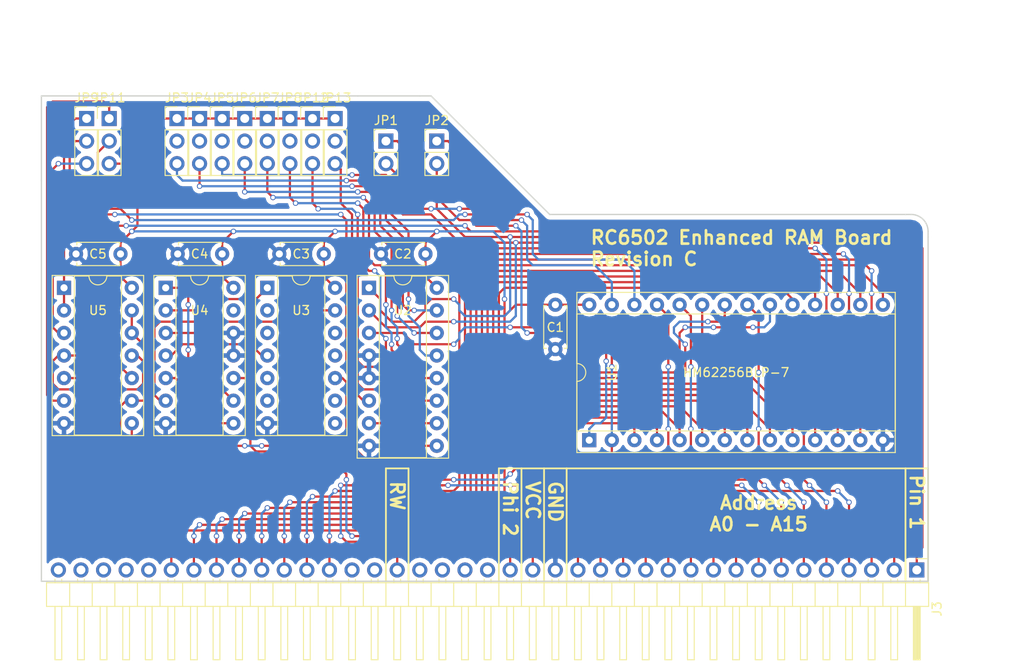
<source format=kicad_pcb>
(kicad_pcb (version 4) (host pcbnew 4.0.7)
  (layers (0 F.Cu signal) (31 B.Cu signal) (34 B.Paste user) (35 F.Paste user) (36 B.SilkS user) (37 F.SilkS user) (38 B.Mask user) (39 F.Mask user) (44 Edge.Cuts user))
  (net 0 "")
  (net 1 VCC)
  (net 2 A15)
  (net 3 A14)
  (net 4 A13)
  (net 5 A12)
  (net 6 A11)
  (net 7 A10)
  (net 8 A9)
  (net 9 A8)
  (net 10 A7)
  (net 11 A6)
  (net 12 A5)
  (net 13 A4)
  (net 14 A3)
  (net 15 A2)
  (net 16 A1)
  (net 17 A0)
  (net 18 GND)
  (net 19 D0)
  (net 20 D1)
  (net 21 D2)
  (net 22 D3)
  (net 23 D4)
  (net 24 D5)
  (net 25 D6)
  (net 26 D7)
  (net 27 PHI2)
  (net 28 R/~W)
  (net 29 "Net-(JP1-Pad1)")
  (net 30 "Net-(JP2-Pad1)")
  (net 31 "Net-(JP3-Pad2)")
  (net 32 ~CS0)
  (net 33 "Net-(JP4-Pad2)")
  (net 34 ~CS1)
  (net 35 "Net-(JP5-Pad2)")
  (net 36 ~CS2)
  (net 37 "Net-(JP6-Pad2)")
  (net 38 ~CS3)
  (net 39 "Net-(JP7-Pad2)")
  (net 40 ~CS4)
  (net 41 "Net-(JP8-Pad2)")
  (net 42 ~CS5)
  (net 43 E3)
  (net 44 "Net-(JP11-Pad1)")
  (net 45 ~WE)
  (net 46 "Net-(JP12-Pad2)")
  (net 47 ~CS6)
  (net 48 "Net-(JP13-Pad2)")
  (net 49 ~CS7)
  (net 50 ~CS)
  (net 51 ~OE)
  (net 52 "Net-(U3-Pad1)")
  (net 53 "Net-(U3-Pad10)")
  (net 54 "Net-(U3-Pad4)")
  (net 55 "Net-(U3-Pad13)")
  (net 56 "Net-(JP9-Pad3)")
  (net 57 "Net-(U4-Pad1)")
  (net 58 "Net-(U4-Pad4)")
  (net 59 "Net-(U5-Pad11)")
  (module Housings_DIP:DIP-28_W15.24mm_Socket (layer F.Cu) (at 149.86 133.985 90)
    (fp_text reference U1 (at 7.62 2.54 270) (layer F.SilkS))
    (fp_text value HM62256BLP-7 (at 7.62 16.51 180) (layer F.SilkS))
    (pad 1 thru_hole rect (at 0 0 90) (size 1.6 1.6) (drill 0.8) (layers *.Cu *.Mask) (net 30 "Net-(JP2-Pad1)"))
    (pad 15 thru_hole oval (at 15.24 33.02 90) (size 1.6 1.6) (drill 0.8) (layers *.Cu *.Mask) (net 22 D3))
    (pad 2 thru_hole oval (at 0 2.54 90) (size 1.6 1.6) (drill 0.8) (layers *.Cu *.Mask) (net 5 A12))
    (pad 16 thru_hole oval (at 15.24 30.48 90) (size 1.6 1.6) (drill 0.8) (layers *.Cu *.Mask) (net 23 D4))
    (pad 3 thru_hole oval (at 0 5.08 90) (size 1.6 1.6) (drill 0.8) (layers *.Cu *.Mask) (net 10 A7))
    (pad 17 thru_hole oval (at 15.24 27.94 90) (size 1.6 1.6) (drill 0.8) (layers *.Cu *.Mask) (net 24 D5))
    (pad 4 thru_hole oval (at 0 7.62 90) (size 1.6 1.6) (drill 0.8) (layers *.Cu *.Mask) (net 11 A6))
    (pad 18 thru_hole oval (at 15.24 25.4 90) (size 1.6 1.6) (drill 0.8) (layers *.Cu *.Mask) (net 25 D6))
    (pad 5 thru_hole oval (at 0 10.16 90) (size 1.6 1.6) (drill 0.8) (layers *.Cu *.Mask) (net 12 A5))
    (pad 19 thru_hole oval (at 15.24 22.86 90) (size 1.6 1.6) (drill 0.8) (layers *.Cu *.Mask) (net 26 D7))
    (pad 6 thru_hole oval (at 0 12.7 90) (size 1.6 1.6) (drill 0.8) (layers *.Cu *.Mask) (net 13 A4))
    (pad 20 thru_hole oval (at 15.24 20.32 90) (size 1.6 1.6) (drill 0.8) (layers *.Cu *.Mask) (net 50 ~CS))
    (pad 7 thru_hole oval (at 0 15.24 90) (size 1.6 1.6) (drill 0.8) (layers *.Cu *.Mask) (net 14 A3))
    (pad 21 thru_hole oval (at 15.24 17.78 90) (size 1.6 1.6) (drill 0.8) (layers *.Cu *.Mask) (net 7 A10))
    (pad 8 thru_hole oval (at 0 17.78 90) (size 1.6 1.6) (drill 0.8) (layers *.Cu *.Mask) (net 15 A2))
    (pad 22 thru_hole oval (at 15.24 15.24 90) (size 1.6 1.6) (drill 0.8) (layers *.Cu *.Mask) (net 51 ~OE))
    (pad 9 thru_hole oval (at 0 20.32 90) (size 1.6 1.6) (drill 0.8) (layers *.Cu *.Mask) (net 16 A1))
    (pad 23 thru_hole oval (at 15.24 12.7 90) (size 1.6 1.6) (drill 0.8) (layers *.Cu *.Mask) (net 6 A11))
    (pad 10 thru_hole oval (at 0 22.86 90) (size 1.6 1.6) (drill 0.8) (layers *.Cu *.Mask) (net 17 A0))
    (pad 24 thru_hole oval (at 15.24 10.16 90) (size 1.6 1.6) (drill 0.8) (layers *.Cu *.Mask) (net 8 A9))
    (pad 11 thru_hole oval (at 0 25.4 90) (size 1.6 1.6) (drill 0.8) (layers *.Cu *.Mask) (net 19 D0))
    (pad 25 thru_hole oval (at 15.24 7.62 90) (size 1.6 1.6) (drill 0.8) (layers *.Cu *.Mask) (net 9 A8))
    (pad 12 thru_hole oval (at 0 27.94 90) (size 1.6 1.6) (drill 0.8) (layers *.Cu *.Mask) (net 20 D1))
    (pad 26 thru_hole oval (at 15.24 5.08 90) (size 1.6 1.6) (drill 0.8) (layers *.Cu *.Mask) (net 29 "Net-(JP1-Pad1)"))
    (pad 13 thru_hole oval (at 0 30.48 90) (size 1.6 1.6) (drill 0.8) (layers *.Cu *.Mask) (net 21 D2))
    (pad 27 thru_hole oval (at 15.24 2.54 90) (size 1.6 1.6) (drill 0.8) (layers *.Cu *.Mask) (net 45 ~WE))
    (pad 14 thru_hole oval (at 0 33.02 90) (size 1.6 1.6) (drill 0.8) (layers *.Cu *.Mask) (net 18 GND))
    (pad 28 thru_hole oval (at 15.24 0 90) (size 1.6 1.6) (drill 0.8) (layers *.Cu *.Mask) (net 1 VCC))
  )
  (module Capacitors_THT:C_Disc_D4.7mm_W2.5mm_P5.00mm (layer F.Cu) (at 131.445 113.03 180)
    (fp_text reference C2 (at 2.54 0 360) (layer F.SilkS))
    (fp_text value 100nF)
    (pad 1 thru_hole circle (at 0 0 180) (size 1.6 1.6) (drill 0.8) (layers *.Cu *.Mask) (net 1 VCC))
    (pad 2 thru_hole circle (at 5 0 180) (size 1.6 1.6) (drill 0.8) (layers *.Cu *.Mask) (net 18 GND))
  )
  (module Capacitors_THT:C_Disc_D4.7mm_W2.5mm_P5.00mm (layer F.Cu) (at 120.015 113.03 180)
    (fp_text reference C3 (at 2.54 0 360) (layer F.SilkS))
    (fp_text value 100nF)
    (pad 1 thru_hole circle (at 0 0 180) (size 1.6 1.6) (drill 0.8) (layers *.Cu *.Mask) (net 1 VCC))
    (pad 2 thru_hole circle (at 5 0 180) (size 1.6 1.6) (drill 0.8) (layers *.Cu *.Mask) (net 18 GND))
  )
  (module Capacitors_THT:C_Disc_D4.7mm_W2.5mm_P5.00mm (layer F.Cu) (at 146.05 118.745 270)
    (fp_text reference C1 (at 2.54 0 360) (layer F.SilkS))
    (fp_text value 100nF)
    (pad 1 thru_hole circle (at 0 0 270) (size 1.6 1.6) (drill 0.8) (layers *.Cu *.Mask) (net 1 VCC))
    (pad 2 thru_hole circle (at 5 0 270) (size 1.6 1.6) (drill 0.8) (layers *.Cu *.Mask) (net 18 GND))
  )
  (module Capacitors_THT:C_Disc_D4.7mm_W2.5mm_P5.00mm (layer F.Cu) (at 108.585 113.03 180)
    (fp_text reference C4 (at 2.54 0 180) (layer F.SilkS))
    (fp_text value 100nF)
    (pad 1 thru_hole circle (at 0 0 180) (size 1.6 1.6) (drill 0.8) (layers *.Cu *.Mask) (net 1 VCC))
    (pad 2 thru_hole circle (at 5 0 180) (size 1.6 1.6) (drill 0.8) (layers *.Cu *.Mask) (net 18 GND))
  )
  (module Pin_Headers:Pin_Header_Angled_1x39_Pitch2.54mm (layer F.Cu) (at 186.69 148.59 270)
    (fp_text reference J3 (at 4.385 -2.27 270) (layer F.SilkS))
    (fp_text value RC6502_Backplane)
    (pad 1 thru_hole rect (at 0 0 270) (size 1.7 1.7) (drill 1) (layers *.Cu *.Mask) (net 2 A15))
    (pad 2 thru_hole oval (at 0 2.54 270) (size 1.7 1.7) (drill 1) (layers *.Cu *.Mask) (net 3 A14))
    (pad 3 thru_hole oval (at 0 5.08 270) (size 1.7 1.7) (drill 1) (layers *.Cu *.Mask) (net 4 A13))
    (pad 4 thru_hole oval (at 0 7.62 270) (size 1.7 1.7) (drill 1) (layers *.Cu *.Mask) (net 5 A12))
    (pad 5 thru_hole oval (at 0 10.16 270) (size 1.7 1.7) (drill 1) (layers *.Cu *.Mask) (net 6 A11))
    (pad 6 thru_hole oval (at 0 12.7 270) (size 1.7 1.7) (drill 1) (layers *.Cu *.Mask) (net 7 A10))
    (pad 7 thru_hole oval (at 0 15.24 270) (size 1.7 1.7) (drill 1) (layers *.Cu *.Mask) (net 8 A9))
    (pad 8 thru_hole oval (at 0 17.78 270) (size 1.7 1.7) (drill 1) (layers *.Cu *.Mask) (net 9 A8))
    (pad 9 thru_hole oval (at 0 20.32 270) (size 1.7 1.7) (drill 1) (layers *.Cu *.Mask) (net 10 A7))
    (pad 10 thru_hole oval (at 0 22.86 270) (size 1.7 1.7) (drill 1) (layers *.Cu *.Mask) (net 11 A6))
    (pad 11 thru_hole oval (at 0 25.4 270) (size 1.7 1.7) (drill 1) (layers *.Cu *.Mask) (net 12 A5))
    (pad 12 thru_hole oval (at 0 27.94 270) (size 1.7 1.7) (drill 1) (layers *.Cu *.Mask) (net 13 A4))
    (pad 13 thru_hole oval (at 0 30.48 270) (size 1.7 1.7) (drill 1) (layers *.Cu *.Mask) (net 14 A3))
    (pad 14 thru_hole oval (at 0 33.02 270) (size 1.7 1.7) (drill 1) (layers *.Cu *.Mask) (net 15 A2))
    (pad 15 thru_hole oval (at 0 35.56 270) (size 1.7 1.7) (drill 1) (layers *.Cu *.Mask) (net 16 A1))
    (pad 16 thru_hole oval (at 0 38.1 270) (size 1.7 1.7) (drill 1) (layers *.Cu *.Mask) (net 17 A0))
    (pad 17 thru_hole oval (at 0 40.64 270) (size 1.7 1.7) (drill 1) (layers *.Cu *.Mask) (net 18 GND))
    (pad 18 thru_hole oval (at 0 43.18 270) (size 1.7 1.7) (drill 1) (layers *.Cu *.Mask) (net 1 VCC))
    (pad 19 thru_hole oval (at 0 45.72 270) (size 1.7 1.7) (drill 1) (layers *.Cu *.Mask) (net 27 PHI2))
    (pad 20 thru_hole oval (at 0 48.26 270) (size 1.7 1.7) (drill 1) (layers *.Cu *.Mask))
    (pad 21 thru_hole oval (at 0 50.8 270) (size 1.7 1.7) (drill 1) (layers *.Cu *.Mask))
    (pad 22 thru_hole oval (at 0 53.34 270) (size 1.7 1.7) (drill 1) (layers *.Cu *.Mask))
    (pad 23 thru_hole oval (at 0 55.88 270) (size 1.7 1.7) (drill 1) (layers *.Cu *.Mask))
    (pad 24 thru_hole oval (at 0 58.42 270) (size 1.7 1.7) (drill 1) (layers *.Cu *.Mask) (net 28 R/~W))
    (pad 25 thru_hole oval (at 0 60.96 270) (size 1.7 1.7) (drill 1) (layers *.Cu *.Mask))
    (pad 26 thru_hole oval (at 0 63.5 270) (size 1.7 1.7) (drill 1) (layers *.Cu *.Mask))
    (pad 27 thru_hole oval (at 0 66.04 270) (size 1.7 1.7) (drill 1) (layers *.Cu *.Mask) (net 19 D0))
    (pad 28 thru_hole oval (at 0 68.58 270) (size 1.7 1.7) (drill 1) (layers *.Cu *.Mask) (net 20 D1))
    (pad 29 thru_hole oval (at 0 71.12 270) (size 1.7 1.7) (drill 1) (layers *.Cu *.Mask) (net 21 D2))
    (pad 30 thru_hole oval (at 0 73.66 270) (size 1.7 1.7) (drill 1) (layers *.Cu *.Mask) (net 22 D3))
    (pad 31 thru_hole oval (at 0 76.2 270) (size 1.7 1.7) (drill 1) (layers *.Cu *.Mask) (net 23 D4))
    (pad 32 thru_hole oval (at 0 78.74 270) (size 1.7 1.7) (drill 1) (layers *.Cu *.Mask) (net 24 D5))
    (pad 33 thru_hole oval (at 0 81.28 270) (size 1.7 1.7) (drill 1) (layers *.Cu *.Mask) (net 25 D6))
    (pad 34 thru_hole oval (at 0 83.82 270) (size 1.7 1.7) (drill 1) (layers *.Cu *.Mask) (net 26 D7))
    (pad 35 thru_hole oval (at 0 86.36 270) (size 1.7 1.7) (drill 1) (layers *.Cu *.Mask))
    (pad 36 thru_hole oval (at 0 88.9 270) (size 1.7 1.7) (drill 1) (layers *.Cu *.Mask))
    (pad 37 thru_hole oval (at 0 91.44 270) (size 1.7 1.7) (drill 1) (layers *.Cu *.Mask))
    (pad 38 thru_hole oval (at 0 93.98 270) (size 1.7 1.7) (drill 1) (layers *.Cu *.Mask))
    (pad 39 thru_hole oval (at 0 96.52 270) (size 1.7 1.7) (drill 1) (layers *.Cu *.Mask))
  )
  (module Pin_Headers:Pin_Header_Straight_1x02_Pitch2.54mm (layer F.Cu) (at 127 100.33)
    (fp_text reference JP1 (at 0 -2.33) (layer F.SilkS))
    (fp_text value A13_EN)
    (pad 1 thru_hole rect (at 0 0) (size 1.7 1.7) (drill 1) (layers *.Cu *.Mask) (net 29 "Net-(JP1-Pad1)"))
    (pad 2 thru_hole oval (at 0 2.54) (size 1.7 1.7) (drill 1) (layers *.Cu *.Mask) (net 4 A13))
  )
  (module Pin_Headers:Pin_Header_Straight_1x02_Pitch2.54mm (layer F.Cu) (at 132.715 100.33)
    (fp_text reference JP2 (at 0 -2.33) (layer F.SilkS))
    (fp_text value A14_EN)
    (pad 1 thru_hole rect (at 0 0) (size 1.7 1.7) (drill 1) (layers *.Cu *.Mask) (net 30 "Net-(JP2-Pad1)"))
    (pad 2 thru_hole oval (at 0 2.54) (size 1.7 1.7) (drill 1) (layers *.Cu *.Mask) (net 3 A14))
  )
  (module Pin_Headers:Pin_Header_Straight_1x03_Pitch2.54mm (layer F.Cu) (at 103.505 97.79)
    (fp_text reference JP3 (at 0 -2.33) (layer F.SilkS))
    (fp_text value CS0_EN)
    (pad 1 thru_hole rect (at 0 0) (size 1.7 1.7) (drill 1) (layers *.Cu *.Mask) (net 1 VCC))
    (pad 2 thru_hole oval (at 0 2.54) (size 1.7 1.7) (drill 1) (layers *.Cu *.Mask) (net 31 "Net-(JP3-Pad2)"))
    (pad 3 thru_hole oval (at 0 5.08) (size 1.7 1.7) (drill 1) (layers *.Cu *.Mask) (net 32 ~CS0))
  )
  (module Pin_Headers:Pin_Header_Straight_1x03_Pitch2.54mm (layer F.Cu) (at 106.045 97.79)
    (fp_text reference JP4 (at 0 -2.33) (layer F.SilkS))
    (fp_text value CS1_EN)
    (pad 1 thru_hole rect (at 0 0) (size 1.7 1.7) (drill 1) (layers *.Cu *.Mask) (net 1 VCC))
    (pad 2 thru_hole oval (at 0 2.54) (size 1.7 1.7) (drill 1) (layers *.Cu *.Mask) (net 33 "Net-(JP4-Pad2)"))
    (pad 3 thru_hole oval (at 0 5.08) (size 1.7 1.7) (drill 1) (layers *.Cu *.Mask) (net 34 ~CS1))
  )
  (module Pin_Headers:Pin_Header_Straight_1x03_Pitch2.54mm (layer F.Cu) (at 108.585 97.79)
    (fp_text reference JP5 (at 0 -2.33) (layer F.SilkS))
    (fp_text value CS2_EN)
    (pad 1 thru_hole rect (at 0 0) (size 1.7 1.7) (drill 1) (layers *.Cu *.Mask) (net 1 VCC))
    (pad 2 thru_hole oval (at 0 2.54) (size 1.7 1.7) (drill 1) (layers *.Cu *.Mask) (net 35 "Net-(JP5-Pad2)"))
    (pad 3 thru_hole oval (at 0 5.08) (size 1.7 1.7) (drill 1) (layers *.Cu *.Mask) (net 36 ~CS2))
  )
  (module Pin_Headers:Pin_Header_Straight_1x03_Pitch2.54mm (layer F.Cu) (at 111.125 97.79)
    (fp_text reference JP6 (at 0 -2.33) (layer F.SilkS))
    (fp_text value CS3_EN)
    (pad 1 thru_hole rect (at 0 0) (size 1.7 1.7) (drill 1) (layers *.Cu *.Mask) (net 1 VCC))
    (pad 2 thru_hole oval (at 0 2.54) (size 1.7 1.7) (drill 1) (layers *.Cu *.Mask) (net 37 "Net-(JP6-Pad2)"))
    (pad 3 thru_hole oval (at 0 5.08) (size 1.7 1.7) (drill 1) (layers *.Cu *.Mask) (net 38 ~CS3))
  )
  (module Pin_Headers:Pin_Header_Straight_1x03_Pitch2.54mm (layer F.Cu) (at 113.665 97.79)
    (fp_text reference JP7 (at 0 -2.33) (layer F.SilkS))
    (fp_text value CS4_EN)
    (pad 1 thru_hole rect (at 0 0) (size 1.7 1.7) (drill 1) (layers *.Cu *.Mask) (net 1 VCC))
    (pad 2 thru_hole oval (at 0 2.54) (size 1.7 1.7) (drill 1) (layers *.Cu *.Mask) (net 39 "Net-(JP7-Pad2)"))
    (pad 3 thru_hole oval (at 0 5.08) (size 1.7 1.7) (drill 1) (layers *.Cu *.Mask) (net 40 ~CS4))
  )
  (module Pin_Headers:Pin_Header_Straight_1x03_Pitch2.54mm (layer F.Cu) (at 116.205 97.79)
    (fp_text reference JP8 (at 0 -2.33) (layer F.SilkS))
    (fp_text value CS5_EN)
    (pad 1 thru_hole rect (at 0 0) (size 1.7 1.7) (drill 1) (layers *.Cu *.Mask) (net 1 VCC))
    (pad 2 thru_hole oval (at 0 2.54) (size 1.7 1.7) (drill 1) (layers *.Cu *.Mask) (net 41 "Net-(JP8-Pad2)"))
    (pad 3 thru_hole oval (at 0 5.08) (size 1.7 1.7) (drill 1) (layers *.Cu *.Mask) (net 42 ~CS5))
  )
  (module Pin_Headers:Pin_Header_Straight_1x03_Pitch2.54mm (layer F.Cu) (at 95.885 97.79)
    (fp_text reference JP11 (at 0 -2.33) (layer F.SilkS))
    (fp_text value MEM_WE)
    (pad 1 thru_hole rect (at 0 0) (size 1.7 1.7) (drill 1) (layers *.Cu *.Mask) (net 44 "Net-(JP11-Pad1)"))
    (pad 2 thru_hole oval (at 0 2.54) (size 1.7 1.7) (drill 1) (layers *.Cu *.Mask) (net 45 ~WE))
    (pad 3 thru_hole oval (at 0 5.08) (size 1.7 1.7) (drill 1) (layers *.Cu *.Mask) (net 1 VCC))
  )
  (module Pin_Headers:Pin_Header_Straight_1x03_Pitch2.54mm (layer F.Cu) (at 118.745 97.79)
    (fp_text reference JP12 (at 0 -2.33) (layer F.SilkS))
    (fp_text value CS6_EN)
    (pad 1 thru_hole rect (at 0 0) (size 1.7 1.7) (drill 1) (layers *.Cu *.Mask) (net 1 VCC))
    (pad 2 thru_hole oval (at 0 2.54) (size 1.7 1.7) (drill 1) (layers *.Cu *.Mask) (net 46 "Net-(JP12-Pad2)"))
    (pad 3 thru_hole oval (at 0 5.08) (size 1.7 1.7) (drill 1) (layers *.Cu *.Mask) (net 47 ~CS6))
  )
  (module Pin_Headers:Pin_Header_Straight_1x03_Pitch2.54mm (layer F.Cu) (at 121.285 97.79)
    (fp_text reference JP13 (at 0 -2.33) (layer F.SilkS))
    (fp_text value CS7_EN)
    (pad 1 thru_hole rect (at 0 0) (size 1.7 1.7) (drill 1) (layers *.Cu *.Mask) (net 1 VCC))
    (pad 2 thru_hole oval (at 0 2.54) (size 1.7 1.7) (drill 1) (layers *.Cu *.Mask) (net 48 "Net-(JP13-Pad2)"))
    (pad 3 thru_hole oval (at 0 5.08) (size 1.7 1.7) (drill 1) (layers *.Cu *.Mask) (net 49 ~CS7))
  )
  (module Housings_DIP:DIP-16_W7.62mm_Socket (layer F.Cu) (at 125.095 116.84)
    (fp_text reference U2 (at 3.81 2.54) (layer F.SilkS))
    (fp_text value 74LS138)
    (pad 1 thru_hole rect (at 0 0) (size 1.6 1.6) (drill 0.8) (layers *.Cu *.Mask) (net 3 A14))
    (pad 9 thru_hole oval (at 7.62 17.78) (size 1.6 1.6) (drill 0.8) (layers *.Cu *.Mask) (net 47 ~CS6))
    (pad 2 thru_hole oval (at 0 2.54) (size 1.6 1.6) (drill 0.8) (layers *.Cu *.Mask) (net 4 A13))
    (pad 10 thru_hole oval (at 7.62 15.24) (size 1.6 1.6) (drill 0.8) (layers *.Cu *.Mask) (net 42 ~CS5))
    (pad 3 thru_hole oval (at 0 5.08) (size 1.6 1.6) (drill 0.8) (layers *.Cu *.Mask) (net 5 A12))
    (pad 11 thru_hole oval (at 7.62 12.7) (size 1.6 1.6) (drill 0.8) (layers *.Cu *.Mask) (net 40 ~CS4))
    (pad 4 thru_hole oval (at 0 7.62) (size 1.6 1.6) (drill 0.8) (layers *.Cu *.Mask) (net 18 GND))
    (pad 12 thru_hole oval (at 7.62 10.16) (size 1.6 1.6) (drill 0.8) (layers *.Cu *.Mask) (net 38 ~CS3))
    (pad 5 thru_hole oval (at 0 10.16) (size 1.6 1.6) (drill 0.8) (layers *.Cu *.Mask) (net 18 GND))
    (pad 13 thru_hole oval (at 7.62 7.62) (size 1.6 1.6) (drill 0.8) (layers *.Cu *.Mask) (net 36 ~CS2))
    (pad 6 thru_hole oval (at 0 12.7) (size 1.6 1.6) (drill 0.8) (layers *.Cu *.Mask) (net 43 E3))
    (pad 14 thru_hole oval (at 7.62 5.08) (size 1.6 1.6) (drill 0.8) (layers *.Cu *.Mask) (net 34 ~CS1))
    (pad 7 thru_hole oval (at 0 15.24) (size 1.6 1.6) (drill 0.8) (layers *.Cu *.Mask) (net 49 ~CS7))
    (pad 15 thru_hole oval (at 7.62 2.54) (size 1.6 1.6) (drill 0.8) (layers *.Cu *.Mask) (net 32 ~CS0))
    (pad 8 thru_hole oval (at 0 17.78) (size 1.6 1.6) (drill 0.8) (layers *.Cu *.Mask) (net 18 GND))
    (pad 16 thru_hole oval (at 7.62 0) (size 1.6 1.6) (drill 0.8) (layers *.Cu *.Mask) (net 1 VCC))
  )
  (module Housings_DIP:DIP-14_W7.62mm_Socket (layer F.Cu) (at 113.665 116.84)
    (fp_text reference U3 (at 3.81 2.54) (layer F.SilkS))
    (fp_text value 74LS02)
    (pad 1 thru_hole rect (at 0 0) (size 1.6 1.6) (drill 0.8) (layers *.Cu *.Mask) (net 52 "Net-(U3-Pad1)"))
    (pad 8 thru_hole oval (at 7.62 15.24) (size 1.6 1.6) (drill 0.8) (layers *.Cu *.Mask) (net 39 "Net-(JP7-Pad2)"))
    (pad 2 thru_hole oval (at 0 2.54) (size 1.6 1.6) (drill 0.8) (layers *.Cu *.Mask) (net 31 "Net-(JP3-Pad2)"))
    (pad 9 thru_hole oval (at 7.62 12.7) (size 1.6 1.6) (drill 0.8) (layers *.Cu *.Mask) (net 41 "Net-(JP8-Pad2)"))
    (pad 3 thru_hole oval (at 0 5.08) (size 1.6 1.6) (drill 0.8) (layers *.Cu *.Mask) (net 33 "Net-(JP4-Pad2)"))
    (pad 10 thru_hole oval (at 7.62 10.16) (size 1.6 1.6) (drill 0.8) (layers *.Cu *.Mask) (net 53 "Net-(U3-Pad10)"))
    (pad 4 thru_hole oval (at 0 7.62) (size 1.6 1.6) (drill 0.8) (layers *.Cu *.Mask) (net 54 "Net-(U3-Pad4)"))
    (pad 11 thru_hole oval (at 7.62 7.62) (size 1.6 1.6) (drill 0.8) (layers *.Cu *.Mask) (net 46 "Net-(JP12-Pad2)"))
    (pad 5 thru_hole oval (at 0 10.16) (size 1.6 1.6) (drill 0.8) (layers *.Cu *.Mask) (net 35 "Net-(JP5-Pad2)"))
    (pad 12 thru_hole oval (at 7.62 5.08) (size 1.6 1.6) (drill 0.8) (layers *.Cu *.Mask) (net 48 "Net-(JP13-Pad2)"))
    (pad 6 thru_hole oval (at 0 12.7) (size 1.6 1.6) (drill 0.8) (layers *.Cu *.Mask) (net 37 "Net-(JP6-Pad2)"))
    (pad 13 thru_hole oval (at 7.62 2.54) (size 1.6 1.6) (drill 0.8) (layers *.Cu *.Mask) (net 55 "Net-(U3-Pad13)"))
    (pad 7 thru_hole oval (at 0 15.24) (size 1.6 1.6) (drill 0.8) (layers *.Cu *.Mask) (net 18 GND))
    (pad 14 thru_hole oval (at 7.62 0) (size 1.6 1.6) (drill 0.8) (layers *.Cu *.Mask) (net 1 VCC))
  )
  (module Housings_DIP:DIP-14_W7.62mm_Socket (layer F.Cu) (at 102.235 116.84)
    (fp_text reference U4 (at 3.81 2.54) (layer F.SilkS))
    (fp_text value 74LS02)
    (pad 1 thru_hole rect (at 0 0) (size 1.6 1.6) (drill 0.8) (layers *.Cu *.Mask) (net 57 "Net-(U4-Pad1)"))
    (pad 8 thru_hole oval (at 7.62 15.24) (size 1.6 1.6) (drill 0.8) (layers *.Cu *.Mask) (net 57 "Net-(U4-Pad1)"))
    (pad 2 thru_hole oval (at 0 2.54) (size 1.6 1.6) (drill 0.8) (layers *.Cu *.Mask) (net 52 "Net-(U3-Pad1)"))
    (pad 9 thru_hole oval (at 7.62 12.7) (size 1.6 1.6) (drill 0.8) (layers *.Cu *.Mask) (net 58 "Net-(U4-Pad4)"))
    (pad 3 thru_hole oval (at 0 5.08) (size 1.6 1.6) (drill 0.8) (layers *.Cu *.Mask) (net 54 "Net-(U3-Pad4)"))
    (pad 10 thru_hole oval (at 7.62 10.16) (size 1.6 1.6) (drill 0.8) (layers *.Cu *.Mask) (net 50 ~CS))
    (pad 4 thru_hole oval (at 0 7.62) (size 1.6 1.6) (drill 0.8) (layers *.Cu *.Mask) (net 58 "Net-(U4-Pad4)"))
    (pad 11 thru_hole oval (at 7.62 7.62) (size 1.6 1.6) (drill 0.8) (layers *.Cu *.Mask) (net 18 GND))
    (pad 5 thru_hole oval (at 0 10.16) (size 1.6 1.6) (drill 0.8) (layers *.Cu *.Mask) (net 53 "Net-(U3-Pad10)"))
    (pad 12 thru_hole oval (at 7.62 5.08) (size 1.6 1.6) (drill 0.8) (layers *.Cu *.Mask) (net 18 GND))
    (pad 6 thru_hole oval (at 0 12.7) (size 1.6 1.6) (drill 0.8) (layers *.Cu *.Mask) (net 55 "Net-(U3-Pad13)"))
    (pad 13 thru_hole oval (at 7.62 2.54) (size 1.6 1.6) (drill 0.8) (layers *.Cu *.Mask))
    (pad 7 thru_hole oval (at 0 15.24) (size 1.6 1.6) (drill 0.8) (layers *.Cu *.Mask) (net 18 GND))
    (pad 14 thru_hole oval (at 7.62 0) (size 1.6 1.6) (drill 0.8) (layers *.Cu *.Mask) (net 1 VCC))
  )
  (module Housings_DIP:DIP-14_W7.62mm_Socket (layer F.Cu) (at 90.805 116.84)
    (fp_text reference U5 (at 3.81 2.54) (layer F.SilkS))
    (fp_text value 74LS00)
    (pad 1 thru_hole rect (at 0 0) (size 1.6 1.6) (drill 0.8) (layers *.Cu *.Mask) (net 2 A15))
    (pad 8 thru_hole oval (at 7.62 15.24) (size 1.6 1.6) (drill 0.8) (layers *.Cu *.Mask) (net 51 ~OE))
    (pad 2 thru_hole oval (at 0 2.54) (size 1.6 1.6) (drill 0.8) (layers *.Cu *.Mask) (net 2 A15))
    (pad 9 thru_hole oval (at 7.62 12.7) (size 1.6 1.6) (drill 0.8) (layers *.Cu *.Mask) (net 28 R/~W))
    (pad 3 thru_hole oval (at 0 5.08) (size 1.6 1.6) (drill 0.8) (layers *.Cu *.Mask) (net 56 "Net-(JP9-Pad3)"))
    (pad 10 thru_hole oval (at 7.62 10.16) (size 1.6 1.6) (drill 0.8) (layers *.Cu *.Mask) (net 27 PHI2))
    (pad 4 thru_hole oval (at 0 7.62) (size 1.6 1.6) (drill 0.8) (layers *.Cu *.Mask) (net 27 PHI2))
    (pad 11 thru_hole oval (at 7.62 7.62) (size 1.6 1.6) (drill 0.8) (layers *.Cu *.Mask) (net 59 "Net-(U5-Pad11)"))
    (pad 5 thru_hole oval (at 0 10.16) (size 1.6 1.6) (drill 0.8) (layers *.Cu *.Mask) (net 59 "Net-(U5-Pad11)"))
    (pad 12 thru_hole oval (at 7.62 5.08) (size 1.6 1.6) (drill 0.8) (layers *.Cu *.Mask) (net 28 R/~W))
    (pad 6 thru_hole oval (at 0 12.7) (size 1.6 1.6) (drill 0.8) (layers *.Cu *.Mask) (net 44 "Net-(JP11-Pad1)"))
    (pad 13 thru_hole oval (at 7.62 2.54) (size 1.6 1.6) (drill 0.8) (layers *.Cu *.Mask) (net 28 R/~W))
    (pad 7 thru_hole oval (at 0 15.24) (size 1.6 1.6) (drill 0.8) (layers *.Cu *.Mask) (net 18 GND))
    (pad 14 thru_hole oval (at 7.62 0) (size 1.6 1.6) (drill 0.8) (layers *.Cu *.Mask) (net 1 VCC))
  )
  (module Capacitors_THT:C_Disc_D4.7mm_W2.5mm_P5.00mm (layer F.Cu) (at 97.155 113.03 180)
    (fp_text reference C5 (at 2.54 0 180) (layer F.SilkS))
    (fp_text value 100nF)
    (pad 1 thru_hole circle (at 0 0 180) (size 1.6 1.6) (drill 0.8) (layers *.Cu *.Mask) (net 1 VCC))
    (pad 2 thru_hole circle (at 5 0 180) (size 1.6 1.6) (drill 0.8) (layers *.Cu *.Mask) (net 18 GND))
  )
  (module Pin_Headers:Pin_Header_Straight_1x03_Pitch2.54mm (layer F.Cu) (at 93.345 97.79)
    (fp_text reference JP9 (at 0 -2.33) (layer F.SilkS))
    (fp_text value HI/LO)
    (pad 1 thru_hole rect (at 0 0) (size 1.7 1.7) (drill 1) (layers *.Cu *.Mask) (net 2 A15))
    (pad 2 thru_hole oval (at 0 2.54) (size 1.7 1.7) (drill 1) (layers *.Cu *.Mask) (net 43 E3))
    (pad 3 thru_hole oval (at 0 5.08) (size 1.7 1.7) (drill 1) (layers *.Cu *.Mask) (net 56 "Net-(JP9-Pad3)"))
  )
  (gr_line (start 145.415 108.585) (end 185.42 108.585) (angle 90) (layer Edge.Cuts) (width 0.15))
  (gr_line (start 132.08 95.25) (end 145.415 108.585) (angle 90) (layer Edge.Cuts) (width 0.15))
  (gr_line (start 130.81 95.25) (end 132.08 95.25) (angle 90) (layer Edge.Cuts) (width 0.15))
  (gr_line (start 123.825 95.25) (end 130.81 95.25) (angle 90) (layer Edge.Cuts) (width 0.15))
  (gr_line (start 123.825 95.25) (end 88.265 95.25) (angle 90) (layer Edge.Cuts) (width 0.15))
  (gr_line (start 187.96 110.49) (end 187.96 111.125) (angle 90) (layer Edge.Cuts) (width 0.15))
  (gr_line (start 186.055 108.585) (end 185.42 108.585) (angle 90) (layer Edge.Cuts) (width 0.15))
  (gr_arc (start 186.055 110.49) (end 186.055 108.585) (angle 90) (layer Edge.Cuts) (width 0.15))
  (gr_line (start 88.265 149.86) (end 88.265 104.775) (angle 90) (layer Edge.Cuts) (width 0.15))
  (gr_line (start 88.9 149.86) (end 88.265 149.86) (angle 90) (layer Edge.Cuts) (width 0.15))
  (gr_line (start 88.265 104.775) (end 88.265 95.25) (angle 90) (layer Edge.Cuts) (width 0.15))
  (gr_line (start 127 137.16) (end 129.54 137.16) (angle 90) (layer F.SilkS) (width 0.2))
  (gr_line (start 127 149.86) (end 127 137.16) (angle 90) (layer F.SilkS) (width 0.2))
  (gr_line (start 129.54 137.16) (end 129.54 149.86) (angle 90) (layer F.SilkS) (width 0.2))
  (gr_text RW (at 128.27 138.43 270) (layer F.SilkS) (effects (font (size 1.5 1.5) (thickness 0.3)) (justify left)))
  (gr_line (start 187.96 149.86) (end 187.96 111.125) (angle 90) (layer Edge.Cuts) (width 0.15))
  (gr_line (start 185.42 137.16) (end 185.42 149.86) (angle 90) (layer F.SilkS) (width 0.2))
  (gr_line (start 139.7 137.16) (end 139.7 149.86) (angle 90) (layer F.SilkS) (width 0.2))
  (gr_line (start 142.24 137.16) (end 139.7 137.16) (angle 90) (layer F.SilkS) (width 0.2))
  (gr_text "Phi 2" (at 140.97 138.43 270) (layer F.SilkS) (effects (font (size 1.5 1.5) (thickness 0.3)) (justify left)))
  (gr_text "Address\nA0 - A15" (at 168.91 142.24) (layer F.SilkS) (effects (font (size 1.5 1.5) (thickness 0.3))))
  (gr_text GND (at 146.05 138.43 270) (layer F.SilkS) (effects (font (size 1.5 1.5) (thickness 0.3)) (justify left)))
  (gr_text VCC (at 143.51 138.43 270) (layer F.SilkS) (effects (font (size 1.5 1.5) (thickness 0.3)) (justify left)))
  (gr_line (start 147.32 137.16) (end 185.42 137.16) (angle 90) (layer F.SilkS) (width 0.2))
  (gr_line (start 147.32 137.16) (end 144.78 137.16) (angle 90) (layer F.SilkS) (width 0.2))
  (gr_line (start 147.32 149.86) (end 147.32 137.16) (angle 90) (layer F.SilkS) (width 0.2))
  (gr_line (start 144.78 137.16) (end 144.78 149.86) (angle 90) (layer F.SilkS) (width 0.2))
  (gr_line (start 142.24 137.16) (end 144.78 137.16) (angle 90) (layer F.SilkS) (width 0.2))
  (gr_line (start 142.24 149.86) (end 142.24 137.16) (angle 90) (layer F.SilkS) (width 0.2))
  (gr_line (start 88.9 149.86) (end 187.96 149.86) (angle 90) (layer Edge.Cuts) (width 0.15))
  (gr_text "RC6502 Enhanced RAM Board\nRevision C" (at 149.86 112.395) (layer F.SilkS) (effects (font (size 1.5 1.5) (thickness 0.3)) (justify left)))
  (gr_text "Pin 1" (at 186.69 140.97 270) (layer F.SilkS) (effects (font (size 1.5 1.5) (thickness 0.3))))
  (gr_line (start 187.96 137.16) (end 187.96 149.86) (angle 90) (layer F.SilkS) (width 0.2))
  (gr_line (start 185.42 137.16) (end 187.96 137.16) (angle 90) (layer F.SilkS) (width 0.2))
  (segment (start 97.79 102.87) (end 99.06 104.14) (width 0.25) (layer F.Cu) (net 1))
  (segment (start 99.06 104.14) (end 99.06 103.505) (width 0.25) (layer F.Cu) (net 1))
  (segment (start 99.06 102.87) (end 99.06 103.505) (width 0.25) (layer F.Cu) (net 1))
  (segment (start 99.06 103.505) (end 99.06 109.855) (width 0.25) (layer F.Cu) (net 1))
  (segment (start 99.06 109.855) (end 98.425 110.49) (width 0.25) (layer F.Cu) (net 1))
  (segment (start 140.335 118.11) (end 140.335 111.76) (width 0.25) (layer B.Cu) (net 1))
  (segment (start 139.065 110.49) (end 132.715 110.49) (width 0.25) (layer B.Cu) (net 1))
  (segment (start 140.335 111.76) (end 139.065 110.49) (width 0.25) (layer B.Cu) (net 1))
  (via (at 140.335 118.11) (size 0.6) (drill 0.4) (layers F.Cu B.Cu) (net 1))
  (segment (start 140.335 120.015) (end 140.335 118.11) (width 0.25) (layer F.Cu) (net 1))
  (segment (start 95.885 102.87) (end 97.79 102.87) (width 0.25) (layer F.Cu) (net 1))
  (segment (start 99.06 102.87) (end 100.33 101.6) (width 0.25) (layer F.Cu) (net 1))
  (segment (start 100.33 101.6) (end 100.33 99.06) (width 0.25) (layer F.Cu) (net 1))
  (segment (start 100.33 99.06) (end 101.6 97.79) (width 0.25) (layer F.Cu) (net 1))
  (segment (start 101.6 97.79) (end 103.505 97.79) (width 0.25) (layer F.Cu) (net 1))
  (segment (start 118.745 97.79) (end 121.285 97.79) (width 0.25) (layer F.Cu) (net 1))
  (segment (start 116.205 97.79) (end 118.745 97.79) (width 0.25) (layer F.Cu) (net 1))
  (segment (start 113.665 97.79) (end 116.205 97.79) (width 0.25) (layer F.Cu) (net 1))
  (segment (start 111.125 97.79) (end 113.665 97.79) (width 0.25) (layer F.Cu) (net 1))
  (segment (start 108.585 97.79) (end 111.125 97.79) (width 0.25) (layer F.Cu) (net 1))
  (segment (start 106.045 97.79) (end 108.585 97.79) (width 0.25) (layer F.Cu) (net 1))
  (segment (start 103.505 97.79) (end 106.045 97.79) (width 0.25) (layer F.Cu) (net 1))
  (segment (start 121.285 110.49) (end 132.715 110.49) (width 0.25) (layer B.Cu) (net 1))
  (via (at 132.715 110.49) (size 0.6) (drill 0.4) (layers F.Cu B.Cu) (net 1))
  (segment (start 131.445 111.76) (end 131.445 113.03) (width 0.25) (layer F.Cu) (net 1))
  (segment (start 131.445 111.76) (end 132.715 110.49) (width 0.25) (layer F.Cu) (net 1))
  (segment (start 109.855 110.49) (end 121.285 110.49) (width 0.25) (layer B.Cu) (net 1))
  (segment (start 120.015 111.76) (end 121.285 110.49) (width 0.25) (layer F.Cu) (net 1))
  (via (at 121.285 110.49) (size 0.6) (drill 0.4) (layers F.Cu B.Cu) (net 1))
  (segment (start 120.015 111.76) (end 120.015 113.03) (width 0.25) (layer F.Cu) (net 1))
  (segment (start 98.425 110.49) (end 109.855 110.49) (width 0.25) (layer B.Cu) (net 1))
  (via (at 98.425 110.49) (size 0.6) (drill 0.4) (layers F.Cu B.Cu) (net 1))
  (segment (start 97.155 111.76) (end 98.425 110.49) (width 0.25) (layer F.Cu) (net 1))
  (segment (start 97.155 113.03) (end 97.155 111.76) (width 0.25) (layer F.Cu) (net 1))
  (segment (start 108.585 111.76) (end 109.855 110.49) (width 0.25) (layer F.Cu) (net 1))
  (via (at 109.855 110.49) (size 0.6) (drill 0.4) (layers F.Cu B.Cu) (net 1))
  (segment (start 108.585 111.76) (end 108.585 113.03) (width 0.25) (layer F.Cu) (net 1))
  (segment (start 131.445 113.03) (end 131.445 115.57) (width 0.25) (layer F.Cu) (net 1))
  (segment (start 131.445 115.57) (end 132.715 116.84) (width 0.25) (layer F.Cu) (net 1))
  (segment (start 120.015 113.03) (end 120.015 115.57) (width 0.25) (layer F.Cu) (net 1))
  (segment (start 120.015 115.57) (end 121.285 116.84) (width 0.25) (layer F.Cu) (net 1))
  (segment (start 108.585 113.03) (end 108.585 115.57) (width 0.25) (layer F.Cu) (net 1))
  (segment (start 108.585 115.57) (end 109.855 116.84) (width 0.25) (layer F.Cu) (net 1))
  (segment (start 97.155 113.03) (end 97.155 115.57) (width 0.25) (layer F.Cu) (net 1))
  (segment (start 97.155 115.57) (end 98.425 116.84) (width 0.25) (layer F.Cu) (net 1))
  (segment (start 145.415 118.745) (end 149.86 118.745) (width 0.25) (layer F.Cu) (net 1))
  (segment (start 143.51 148.59) (end 143.51 146.05) (width 0.25) (layer F.Cu) (net 1))
  (segment (start 143.51 146.05) (end 140.335 142.875) (width 0.25) (layer F.Cu) (net 1))
  (segment (start 140.335 142.875) (end 140.335 120.015) (width 0.25) (layer F.Cu) (net 1))
  (segment (start 141.605 118.745) (end 145.415 118.745) (width 0.25) (layer F.Cu) (net 1))
  (segment (start 140.335 120.015) (end 141.605 118.745) (width 0.25) (layer F.Cu) (net 1))
  (segment (start 90.805 110.49) (end 90.805 99.06) (width 0.25) (layer F.Cu) (net 2))
  (segment (start 92.075 97.79) (end 93.345 97.79) (width 0.25) (layer F.Cu) (net 2))
  (segment (start 90.805 99.06) (end 92.075 97.79) (width 0.25) (layer F.Cu) (net 2))
  (via (at 97.79 109.855) (size 0.6) (drill 0.4) (layers F.Cu B.Cu) (net 2))
  (segment (start 139.065 110.49) (end 136.525 110.49) (width 0.25) (layer F.Cu) (net 2))
  (segment (start 186.69 148.59) (end 186.69 146.685) (width 0.25) (layer F.Cu) (net 2))
  (segment (start 187.325 112.395) (end 185.42 110.49) (width 0.25) (layer F.Cu) (net 2))
  (segment (start 187.325 146.05) (end 187.325 112.395) (width 0.25) (layer F.Cu) (net 2))
  (segment (start 186.69 146.685) (end 187.325 146.05) (width 0.25) (layer F.Cu) (net 2))
  (segment (start 139.065 110.49) (end 185.42 110.49) (width 0.25) (layer F.Cu) (net 2))
  (via (at 135.89 109.855) (size 0.6) (drill 0.4) (layers F.Cu B.Cu) (net 2))
  (segment (start 135.89 109.855) (end 136.525 110.49) (width 0.25) (layer F.Cu) (net 2))
  (segment (start 133.985 109.855) (end 135.89 109.855) (width 0.25) (layer B.Cu) (net 2))
  (segment (start 97.79 109.855) (end 133.985 109.855) (width 0.25) (layer B.Cu) (net 2))
  (segment (start 90.805 110.49) (end 90.805 116.84) (width 0.25) (layer F.Cu) (net 2))
  (segment (start 91.44 109.855) (end 90.805 110.49) (width 0.25) (layer F.Cu) (net 2))
  (segment (start 97.79 109.855) (end 91.44 109.855) (width 0.25) (layer F.Cu) (net 2))
  (segment (start 90.805 119.38) (end 90.805 116.84) (width 0.25) (layer F.Cu) (net 2))
  (segment (start 132.08 118.11) (end 131.445 118.745) (width 0.25) (layer F.Cu) (net 3))
  (segment (start 126.365 118.745) (end 126.365 119.38) (width 0.25) (layer F.Cu) (net 3))
  (segment (start 126.365 119.38) (end 127 120.015) (width 0.25) (layer F.Cu) (net 3))
  (segment (start 127.635 120.65) (end 128.27 120.65) (width 0.25) (layer F.Cu) (net 3))
  (segment (start 127 120.015) (end 127.635 120.65) (width 0.25) (layer F.Cu) (net 3))
  (segment (start 131.445 118.745) (end 131.445 119.38) (width 0.25) (layer F.Cu) (net 3))
  (segment (start 126.365 118.11) (end 125.095 116.84) (width 0.25) (layer F.Cu) (net 3))
  (segment (start 126.365 118.745) (end 126.365 118.11) (width 0.25) (layer F.Cu) (net 3))
  (segment (start 130.175 120.65) (end 128.27 120.65) (width 0.25) (layer F.Cu) (net 3))
  (segment (start 131.445 119.38) (end 130.175 120.65) (width 0.25) (layer F.Cu) (net 3))
  (segment (start 140.335 120.015) (end 140.97 119.38) (width 0.25) (layer B.Cu) (net 3))
  (via (at 140.97 111.125) (size 0.6) (drill 0.4) (layers F.Cu B.Cu) (net 3))
  (segment (start 140.97 119.38) (end 140.97 111.125) (width 0.25) (layer B.Cu) (net 3))
  (segment (start 132.08 118.11) (end 134.62 118.11) (width 0.25) (layer F.Cu) (net 3))
  (via (at 134.62 118.11) (size 0.6) (drill 0.4) (layers F.Cu B.Cu) (net 3))
  (segment (start 135.255 118.745) (end 134.62 118.11) (width 0.25) (layer B.Cu) (net 3))
  (segment (start 135.255 119.38) (end 135.255 118.745) (width 0.25) (layer B.Cu) (net 3))
  (segment (start 135.89 120.015) (end 135.255 119.38) (width 0.25) (layer B.Cu) (net 3))
  (segment (start 140.335 120.015) (end 135.89 120.015) (width 0.25) (layer B.Cu) (net 3))
  (segment (start 135.255 110.49) (end 132.715 107.95) (width 0.25) (layer F.Cu) (net 3))
  (segment (start 132.715 107.95) (end 132.715 102.87) (width 0.25) (layer F.Cu) (net 3))
  (segment (start 140.97 111.125) (end 139.065 111.125) (width 0.25) (layer F.Cu) (net 3))
  (segment (start 139.065 111.125) (end 135.89 111.125) (width 0.25) (layer F.Cu) (net 3))
  (segment (start 135.255 110.49) (end 135.89 111.125) (width 0.25) (layer F.Cu) (net 3))
  (segment (start 184.785 111.125) (end 140.97 111.125) (width 0.25) (layer F.Cu) (net 3))
  (segment (start 186.69 113.03) (end 184.785 111.125) (width 0.25) (layer F.Cu) (net 3))
  (segment (start 184.15 146.685) (end 184.785 146.05) (width 0.25) (layer F.Cu) (net 3))
  (segment (start 184.785 146.05) (end 186.055 146.05) (width 0.25) (layer F.Cu) (net 3))
  (segment (start 186.055 146.05) (end 186.69 145.415) (width 0.25) (layer F.Cu) (net 3))
  (segment (start 186.69 145.415) (end 186.69 113.03) (width 0.25) (layer F.Cu) (net 3))
  (segment (start 184.15 148.59) (end 184.15 146.685) (width 0.25) (layer F.Cu) (net 3))
  (segment (start 127 102.87) (end 128.27 104.14) (width 0.25) (layer F.Cu) (net 4))
  (segment (start 128.27 104.14) (end 128.27 107.95) (width 0.25) (layer F.Cu) (net 4))
  (segment (start 128.905 108.585) (end 128.27 107.95) (width 0.25) (layer F.Cu) (net 4))
  (segment (start 132.08 108.585) (end 128.905 108.585) (width 0.25) (layer F.Cu) (net 4))
  (segment (start 134.62 111.125) (end 132.715 109.22) (width 0.25) (layer F.Cu) (net 4))
  (segment (start 134.62 111.125) (end 135.255 111.76) (width 0.25) (layer F.Cu) (net 4))
  (segment (start 137.795 111.76) (end 141.605 111.76) (width 0.25) (layer F.Cu) (net 4))
  (segment (start 137.795 111.76) (end 135.255 111.76) (width 0.25) (layer F.Cu) (net 4))
  (segment (start 132.715 109.22) (end 132.08 108.585) (width 0.25) (layer F.Cu) (net 4))
  (segment (start 125.095 119.38) (end 127 121.285) (width 0.25) (layer F.Cu) (net 4))
  (segment (start 130.81 121.285) (end 131.445 120.65) (width 0.25) (layer F.Cu) (net 4))
  (segment (start 127 121.285) (end 130.81 121.285) (width 0.25) (layer F.Cu) (net 4))
  (segment (start 139.7 120.65) (end 140.97 120.65) (width 0.25) (layer B.Cu) (net 4))
  (via (at 134.62 120.65) (size 0.6) (drill 0.4) (layers F.Cu B.Cu) (net 4))
  (segment (start 131.445 120.65) (end 134.62 120.65) (width 0.25) (layer F.Cu) (net 4))
  (segment (start 134.62 120.65) (end 139.7 120.65) (width 0.25) (layer B.Cu) (net 4))
  (via (at 141.605 111.76) (size 0.6) (drill 0.4) (layers F.Cu B.Cu) (net 4))
  (segment (start 141.605 120.015) (end 141.605 111.76) (width 0.25) (layer B.Cu) (net 4))
  (segment (start 140.97 120.65) (end 141.605 120.015) (width 0.25) (layer B.Cu) (net 4))
  (segment (start 186.055 114.3) (end 186.055 113.665) (width 0.25) (layer F.Cu) (net 4))
  (segment (start 181.61 146.05) (end 182.245 145.415) (width 0.25) (layer F.Cu) (net 4))
  (segment (start 182.245 145.415) (end 185.42 145.415) (width 0.25) (layer F.Cu) (net 4))
  (segment (start 185.42 145.415) (end 186.055 144.78) (width 0.25) (layer F.Cu) (net 4))
  (segment (start 186.055 144.78) (end 186.055 114.3) (width 0.25) (layer F.Cu) (net 4))
  (segment (start 181.61 148.59) (end 181.61 146.05) (width 0.25) (layer F.Cu) (net 4))
  (segment (start 184.15 111.76) (end 141.605 111.76) (width 0.25) (layer F.Cu) (net 4))
  (segment (start 186.055 113.665) (end 184.15 111.76) (width 0.25) (layer F.Cu) (net 4))
  (segment (start 128.905 121.92) (end 129.54 122.555) (width 0.25) (layer F.Cu) (net 5))
  (segment (start 130.175 123.19) (end 131.445 123.19) (width 0.25) (layer F.Cu) (net 5))
  (segment (start 129.54 122.555) (end 130.175 123.19) (width 0.25) (layer F.Cu) (net 5))
  (segment (start 139.065 121.285) (end 140.97 121.285) (width 0.25) (layer B.Cu) (net 5))
  (segment (start 139.065 121.285) (end 135.89 121.285) (width 0.25) (layer B.Cu) (net 5))
  (segment (start 135.89 121.285) (end 135.255 121.92) (width 0.25) (layer B.Cu) (net 5))
  (segment (start 135.255 121.92) (end 135.255 122.555) (width 0.25) (layer B.Cu) (net 5))
  (segment (start 135.255 122.555) (end 134.62 123.19) (width 0.25) (layer B.Cu) (net 5))
  (via (at 134.62 123.19) (size 0.6) (drill 0.4) (layers F.Cu B.Cu) (net 5))
  (segment (start 131.445 123.19) (end 134.62 123.19) (width 0.25) (layer F.Cu) (net 5))
  (segment (start 125.095 121.92) (end 128.905 121.92) (width 0.25) (layer F.Cu) (net 5))
  (segment (start 152.4 125.73) (end 152.4 133.985) (width 0.25) (layer B.Cu) (net 5))
  (via (at 152.4 125.73) (size 0.6) (drill 0.4) (layers F.Cu B.Cu) (net 5))
  (segment (start 152.4 121.92) (end 152.4 125.73) (width 0.25) (layer F.Cu) (net 5))
  (segment (start 151.765 121.285) (end 152.4 121.92) (width 0.25) (layer F.Cu) (net 5))
  (segment (start 140.97 121.285) (end 151.765 121.285) (width 0.25) (layer F.Cu) (net 5))
  (via (at 140.97 121.285) (size 0.6) (drill 0.4) (layers F.Cu B.Cu) (net 5))
  (segment (start 179.07 148.59) (end 179.07 140.97) (width 0.25) (layer F.Cu) (net 5))
  (segment (start 152.4 138.43) (end 152.4 133.985) (width 0.25) (layer F.Cu) (net 5))
  (segment (start 153.67 139.7) (end 152.4 138.43) (width 0.25) (layer F.Cu) (net 5))
  (segment (start 177.8 139.7) (end 153.67 139.7) (width 0.25) (layer F.Cu) (net 5))
  (via (at 177.8 139.7) (size 0.6) (drill 0.4) (layers F.Cu B.Cu) (net 5))
  (segment (start 179.07 140.97) (end 177.8 139.7) (width 0.25) (layer B.Cu) (net 5))
  (via (at 179.07 140.97) (size 0.6) (drill 0.4) (layers F.Cu B.Cu) (net 5))
  (segment (start 162.56 121.285) (end 162.56 126.365) (width 0.25) (layer F.Cu) (net 6))
  (segment (start 163.195 127) (end 168.275 127) (width 0.25) (layer F.Cu) (net 6))
  (segment (start 162.56 126.365) (end 163.195 127) (width 0.25) (layer F.Cu) (net 6))
  (segment (start 162.56 121.285) (end 162.56 118.745) (width 0.25) (layer F.Cu) (net 6))
  (segment (start 170.18 128.905) (end 168.275 127) (width 0.25) (layer F.Cu) (net 6))
  (via (at 176.53 140.97) (size 0.6) (drill 0.4) (layers F.Cu B.Cu) (net 6))
  (segment (start 176.53 140.97) (end 174.625 139.065) (width 0.25) (layer B.Cu) (net 6))
  (via (at 174.625 139.065) (size 0.6) (drill 0.4) (layers F.Cu B.Cu) (net 6))
  (segment (start 174.625 139.065) (end 173.99 138.43) (width 0.25) (layer F.Cu) (net 6))
  (segment (start 173.99 138.43) (end 173.99 132.715) (width 0.25) (layer F.Cu) (net 6))
  (segment (start 173.99 132.715) (end 170.18 128.905) (width 0.25) (layer F.Cu) (net 6))
  (segment (start 176.53 148.59) (end 176.53 140.97) (width 0.25) (layer F.Cu) (net 6))
  (segment (start 168.91 120.015) (end 168.91 126.365) (width 0.25) (layer F.Cu) (net 7))
  (via (at 168.91 126.365) (size 0.6) (drill 0.4) (layers F.Cu B.Cu) (net 7))
  (segment (start 168.91 126.365) (end 168.91 126.365) (width 0.25) (layer B.Cu) (net 7))
  (segment (start 168.91 127) (end 168.91 126.365) (width 0.25) (layer B.Cu) (net 7))
  (via (at 173.99 140.97) (size 0.6) (drill 0.4) (layers F.Cu B.Cu) (net 7))
  (segment (start 173.99 140.97) (end 172.085 139.065) (width 0.25) (layer B.Cu) (net 7))
  (via (at 172.085 139.065) (size 0.6) (drill 0.4) (layers F.Cu B.Cu) (net 7))
  (segment (start 172.085 139.065) (end 170.815 137.795) (width 0.25) (layer F.Cu) (net 7))
  (segment (start 170.815 137.795) (end 170.18 137.795) (width 0.25) (layer F.Cu) (net 7))
  (segment (start 170.18 137.795) (end 168.91 136.525) (width 0.25) (layer F.Cu) (net 7))
  (segment (start 168.91 136.525) (end 168.91 132.715) (width 0.25) (layer F.Cu) (net 7))
  (via (at 168.91 132.715) (size 0.6) (drill 0.4) (layers F.Cu B.Cu) (net 7))
  (segment (start 168.91 132.715) (end 168.91 127) (width 0.25) (layer B.Cu) (net 7))
  (segment (start 167.64 118.745) (end 168.91 120.015) (width 0.25) (layer F.Cu) (net 7))
  (segment (start 173.99 140.97) (end 173.99 148.59) (width 0.25) (layer F.Cu) (net 7))
  (segment (start 160.02 118.745) (end 161.29 120.015) (width 0.25) (layer F.Cu) (net 8))
  (segment (start 171.45 140.97) (end 171.45 148.59) (width 0.25) (layer F.Cu) (net 8))
  (via (at 171.45 140.97) (size 0.6) (drill 0.4) (layers F.Cu B.Cu) (net 8))
  (segment (start 169.545 139.065) (end 171.45 140.97) (width 0.25) (layer B.Cu) (net 8))
  (via (at 169.545 139.065) (size 0.6) (drill 0.4) (layers F.Cu B.Cu) (net 8))
  (segment (start 168.91 138.43) (end 169.545 139.065) (width 0.25) (layer F.Cu) (net 8))
  (segment (start 162.56 138.43) (end 168.91 138.43) (width 0.25) (layer F.Cu) (net 8))
  (segment (start 161.29 137.16) (end 162.56 138.43) (width 0.25) (layer F.Cu) (net 8))
  (segment (start 161.29 132.715) (end 161.29 137.16) (width 0.25) (layer F.Cu) (net 8))
  (via (at 161.29 132.715) (size 0.6) (drill 0.4) (layers F.Cu B.Cu) (net 8))
  (segment (start 161.29 125.73) (end 161.29 132.715) (width 0.25) (layer B.Cu) (net 8))
  (via (at 161.29 125.73) (size 0.6) (drill 0.4) (layers F.Cu B.Cu) (net 8))
  (segment (start 161.29 120.015) (end 161.29 125.73) (width 0.25) (layer F.Cu) (net 8))
  (segment (start 168.91 148.59) (end 168.91 140.97) (width 0.25) (layer F.Cu) (net 9))
  (segment (start 158.75 120.015) (end 157.48 118.745) (width 0.25) (layer F.Cu) (net 9))
  (segment (start 158.75 125.73) (end 158.75 120.015) (width 0.25) (layer F.Cu) (net 9))
  (via (at 158.75 125.73) (size 0.6) (drill 0.4) (layers F.Cu B.Cu) (net 9))
  (segment (start 158.75 132.715) (end 158.75 125.73) (width 0.25) (layer B.Cu) (net 9))
  (via (at 158.75 132.715) (size 0.6) (drill 0.4) (layers F.Cu B.Cu) (net 9))
  (segment (start 158.75 137.795) (end 158.75 132.715) (width 0.25) (layer F.Cu) (net 9))
  (segment (start 160.02 139.065) (end 158.75 137.795) (width 0.25) (layer F.Cu) (net 9))
  (segment (start 167.005 139.065) (end 160.02 139.065) (width 0.25) (layer F.Cu) (net 9))
  (via (at 167.005 139.065) (size 0.6) (drill 0.4) (layers F.Cu B.Cu) (net 9))
  (segment (start 168.91 140.97) (end 167.005 139.065) (width 0.25) (layer B.Cu) (net 9))
  (via (at 168.91 140.97) (size 0.6) (drill 0.4) (layers F.Cu B.Cu) (net 9))
  (segment (start 154.94 133.985) (end 154.94 132.715) (width 0.25) (layer F.Cu) (net 10))
  (segment (start 166.37 142.24) (end 166.37 148.59) (width 0.25) (layer F.Cu) (net 10))
  (segment (start 165.1 140.97) (end 166.37 142.24) (width 0.25) (layer F.Cu) (net 10))
  (segment (start 149.86 140.97) (end 165.1 140.97) (width 0.25) (layer F.Cu) (net 10))
  (segment (start 147.32 138.43) (end 149.86 140.97) (width 0.25) (layer F.Cu) (net 10))
  (segment (start 147.32 132.715) (end 147.32 138.43) (width 0.25) (layer F.Cu) (net 10))
  (segment (start 147.955 132.08) (end 147.32 132.715) (width 0.25) (layer F.Cu) (net 10))
  (segment (start 154.305 132.08) (end 147.955 132.08) (width 0.25) (layer F.Cu) (net 10))
  (segment (start 154.94 132.715) (end 154.305 132.08) (width 0.25) (layer F.Cu) (net 10))
  (segment (start 162.56 141.605) (end 163.83 142.875) (width 0.25) (layer F.Cu) (net 11))
  (segment (start 157.48 133.985) (end 157.48 132.715) (width 0.25) (layer F.Cu) (net 11))
  (segment (start 163.83 142.875) (end 163.83 148.59) (width 0.25) (layer F.Cu) (net 11))
  (segment (start 149.225 141.605) (end 162.56 141.605) (width 0.25) (layer F.Cu) (net 11))
  (segment (start 146.685 139.065) (end 149.225 141.605) (width 0.25) (layer F.Cu) (net 11))
  (segment (start 146.685 132.08) (end 146.685 139.065) (width 0.25) (layer F.Cu) (net 11))
  (segment (start 147.32 131.445) (end 146.685 132.08) (width 0.25) (layer F.Cu) (net 11))
  (segment (start 156.21 131.445) (end 147.32 131.445) (width 0.25) (layer F.Cu) (net 11))
  (segment (start 157.48 132.715) (end 156.21 131.445) (width 0.25) (layer F.Cu) (net 11))
  (segment (start 161.29 148.59) (end 161.29 143.51) (width 0.25) (layer F.Cu) (net 12))
  (segment (start 160.02 132.715) (end 160.02 133.985) (width 0.25) (layer F.Cu) (net 12))
  (segment (start 158.115 130.81) (end 160.02 132.715) (width 0.25) (layer F.Cu) (net 12))
  (segment (start 146.685 130.81) (end 158.115 130.81) (width 0.25) (layer F.Cu) (net 12))
  (segment (start 146.05 131.445) (end 146.685 130.81) (width 0.25) (layer F.Cu) (net 12))
  (segment (start 146.05 139.7) (end 146.05 131.445) (width 0.25) (layer F.Cu) (net 12))
  (segment (start 148.59 142.24) (end 146.05 139.7) (width 0.25) (layer F.Cu) (net 12))
  (segment (start 160.02 142.24) (end 148.59 142.24) (width 0.25) (layer F.Cu) (net 12))
  (segment (start 161.29 143.51) (end 160.02 142.24) (width 0.25) (layer F.Cu) (net 12))
  (segment (start 162.56 133.985) (end 162.56 132.715) (width 0.25) (layer F.Cu) (net 13))
  (segment (start 158.75 144.145) (end 158.75 148.59) (width 0.25) (layer F.Cu) (net 13))
  (segment (start 157.48 142.875) (end 158.75 144.145) (width 0.25) (layer F.Cu) (net 13))
  (segment (start 147.955 142.875) (end 157.48 142.875) (width 0.25) (layer F.Cu) (net 13))
  (segment (start 145.415 140.335) (end 147.955 142.875) (width 0.25) (layer F.Cu) (net 13))
  (segment (start 145.415 130.81) (end 145.415 140.335) (width 0.25) (layer F.Cu) (net 13))
  (segment (start 146.05 130.175) (end 145.415 130.81) (width 0.25) (layer F.Cu) (net 13))
  (segment (start 160.02 130.175) (end 146.05 130.175) (width 0.25) (layer F.Cu) (net 13))
  (segment (start 162.56 132.715) (end 160.02 130.175) (width 0.25) (layer F.Cu) (net 13))
  (segment (start 156.21 148.59) (end 156.21 144.78) (width 0.25) (layer F.Cu) (net 14))
  (segment (start 165.1 132.715) (end 165.1 133.985) (width 0.25) (layer F.Cu) (net 14))
  (segment (start 161.925 129.54) (end 165.1 132.715) (width 0.25) (layer F.Cu) (net 14))
  (segment (start 145.415 129.54) (end 161.925 129.54) (width 0.25) (layer F.Cu) (net 14))
  (segment (start 144.78 130.175) (end 145.415 129.54) (width 0.25) (layer F.Cu) (net 14))
  (segment (start 144.78 140.97) (end 144.78 130.175) (width 0.25) (layer F.Cu) (net 14))
  (segment (start 147.32 143.51) (end 144.78 140.97) (width 0.25) (layer F.Cu) (net 14))
  (segment (start 154.94 143.51) (end 147.32 143.51) (width 0.25) (layer F.Cu) (net 14))
  (segment (start 156.21 144.78) (end 154.94 143.51) (width 0.25) (layer F.Cu) (net 14))
  (segment (start 167.64 133.985) (end 167.64 132.715) (width 0.25) (layer F.Cu) (net 15))
  (segment (start 153.67 145.415) (end 153.67 148.59) (width 0.25) (layer F.Cu) (net 15))
  (segment (start 152.4 144.145) (end 153.67 145.415) (width 0.25) (layer F.Cu) (net 15))
  (segment (start 146.685 144.145) (end 152.4 144.145) (width 0.25) (layer F.Cu) (net 15))
  (segment (start 144.145 141.605) (end 146.685 144.145) (width 0.25) (layer F.Cu) (net 15))
  (segment (start 144.145 129.54) (end 144.145 141.605) (width 0.25) (layer F.Cu) (net 15))
  (segment (start 144.78 128.905) (end 144.145 129.54) (width 0.25) (layer F.Cu) (net 15))
  (segment (start 163.83 128.905) (end 144.78 128.905) (width 0.25) (layer F.Cu) (net 15))
  (segment (start 167.64 132.715) (end 163.83 128.905) (width 0.25) (layer F.Cu) (net 15))
  (segment (start 151.13 148.59) (end 151.13 146.05) (width 0.25) (layer F.Cu) (net 16))
  (segment (start 170.18 132.715) (end 170.18 133.985) (width 0.25) (layer F.Cu) (net 16))
  (segment (start 165.735 128.27) (end 170.18 132.715) (width 0.25) (layer F.Cu) (net 16))
  (segment (start 144.145 128.27) (end 165.735 128.27) (width 0.25) (layer F.Cu) (net 16))
  (segment (start 143.51 128.905) (end 144.145 128.27) (width 0.25) (layer F.Cu) (net 16))
  (segment (start 143.51 142.24) (end 143.51 128.905) (width 0.25) (layer F.Cu) (net 16))
  (segment (start 146.05 144.78) (end 143.51 142.24) (width 0.25) (layer F.Cu) (net 16))
  (segment (start 149.86 144.78) (end 146.05 144.78) (width 0.25) (layer F.Cu) (net 16))
  (segment (start 151.13 146.05) (end 149.86 144.78) (width 0.25) (layer F.Cu) (net 16))
  (segment (start 172.72 133.985) (end 172.72 132.715) (width 0.25) (layer F.Cu) (net 17))
  (segment (start 148.59 146.685) (end 148.59 148.59) (width 0.25) (layer F.Cu) (net 17))
  (segment (start 147.32 145.415) (end 148.59 146.685) (width 0.25) (layer F.Cu) (net 17))
  (segment (start 145.415 145.415) (end 147.32 145.415) (width 0.25) (layer F.Cu) (net 17))
  (segment (start 142.875 142.875) (end 145.415 145.415) (width 0.25) (layer F.Cu) (net 17))
  (segment (start 142.875 128.27) (end 142.875 142.875) (width 0.25) (layer F.Cu) (net 17))
  (segment (start 143.51 127.635) (end 142.875 128.27) (width 0.25) (layer F.Cu) (net 17))
  (segment (start 167.64 127.635) (end 143.51 127.635) (width 0.25) (layer F.Cu) (net 17))
  (segment (start 172.72 132.715) (end 167.64 127.635) (width 0.25) (layer F.Cu) (net 17))
  (segment (start 121.285 139.7) (end 132.08 139.7) (width 0.25) (layer F.Cu) (net 19))
  (segment (start 135.255 113.03) (end 135.255 139.065) (width 0.25) (layer F.Cu) (net 19))
  (segment (start 134.62 139.7) (end 132.08 139.7) (width 0.25) (layer F.Cu) (net 19))
  (segment (start 135.255 139.065) (end 134.62 139.7) (width 0.25) (layer F.Cu) (net 19))
  (segment (start 138.43 112.395) (end 168.275 112.395) (width 0.25) (layer F.Cu) (net 19))
  (segment (start 175.26 130.81) (end 175.26 121.285) (width 0.25) (layer F.Cu) (net 19))
  (segment (start 175.26 121.285) (end 176.53 120.015) (width 0.25) (layer F.Cu) (net 19))
  (segment (start 176.53 120.015) (end 176.53 117.475) (width 0.25) (layer F.Cu) (net 19))
  (via (at 176.53 117.475) (size 0.6) (drill 0.4) (layers F.Cu B.Cu) (net 19))
  (segment (start 176.53 117.475) (end 176.53 113.665) (width 0.25) (layer B.Cu) (net 19))
  (segment (start 176.53 113.665) (end 175.26 112.395) (width 0.25) (layer B.Cu) (net 19))
  (via (at 175.26 112.395) (size 0.6) (drill 0.4) (layers F.Cu B.Cu) (net 19))
  (segment (start 175.26 112.395) (end 168.275 112.395) (width 0.25) (layer F.Cu) (net 19))
  (via (at 121.285 139.7) (size 0.6) (drill 0.4) (layers F.Cu B.Cu) (net 19))
  (segment (start 137.16 112.395) (end 136.525 112.395) (width 0.25) (layer F.Cu) (net 19))
  (segment (start 137.16 112.395) (end 138.43 112.395) (width 0.25) (layer F.Cu) (net 19))
  (segment (start 135.89 112.395) (end 135.255 113.03) (width 0.25) (layer F.Cu) (net 19))
  (segment (start 136.525 112.395) (end 135.89 112.395) (width 0.25) (layer F.Cu) (net 19))
  (segment (start 175.26 130.81) (end 175.26 133.985) (width 0.25) (layer F.Cu) (net 19))
  (segment (start 120.65 144.78) (end 120.65 140.335) (width 0.25) (layer B.Cu) (net 19))
  (segment (start 121.285 139.7) (end 121.285 139.7) (width 0.25) (layer B.Cu) (net 19))
  (segment (start 120.65 140.335) (end 121.285 139.7) (width 0.25) (layer B.Cu) (net 19))
  (segment (start 120.65 144.78) (end 120.65 148.59) (width 0.25) (layer F.Cu) (net 19))
  (via (at 120.65 144.78) (size 0.6) (drill 0.4) (layers F.Cu B.Cu) (net 19))
  (segment (start 118.11 144.78) (end 118.11 140.97) (width 0.25) (layer B.Cu) (net 20))
  (segment (start 118.745 140.335) (end 118.745 140.335) (width 0.25) (layer B.Cu) (net 20))
  (segment (start 118.11 140.97) (end 118.745 140.335) (width 0.25) (layer B.Cu) (net 20))
  (segment (start 132.715 140.335) (end 135.255 140.335) (width 0.25) (layer F.Cu) (net 20))
  (segment (start 135.89 139.7) (end 135.89 113.665) (width 0.25) (layer F.Cu) (net 20))
  (segment (start 135.255 140.335) (end 135.89 139.7) (width 0.25) (layer F.Cu) (net 20))
  (segment (start 137.795 113.03) (end 136.525 113.03) (width 0.25) (layer F.Cu) (net 20))
  (segment (start 136.525 113.03) (end 135.89 113.665) (width 0.25) (layer F.Cu) (net 20))
  (segment (start 138.43 113.03) (end 168.275 113.03) (width 0.25) (layer F.Cu) (net 20))
  (segment (start 179.07 113.665) (end 178.435 113.03) (width 0.25) (layer B.Cu) (net 20))
  (via (at 178.435 113.03) (size 0.6) (drill 0.4) (layers F.Cu B.Cu) (net 20))
  (segment (start 178.435 113.03) (end 168.275 113.03) (width 0.25) (layer F.Cu) (net 20))
  (segment (start 177.8 133.985) (end 177.8 121.285) (width 0.25) (layer F.Cu) (net 20))
  (segment (start 179.07 117.475) (end 179.07 114.3) (width 0.25) (layer B.Cu) (net 20))
  (via (at 179.07 117.475) (size 0.6) (drill 0.4) (layers F.Cu B.Cu) (net 20))
  (segment (start 179.07 120.015) (end 179.07 117.475) (width 0.25) (layer F.Cu) (net 20))
  (segment (start 177.8 121.285) (end 179.07 120.015) (width 0.25) (layer F.Cu) (net 20))
  (segment (start 179.07 114.3) (end 179.07 113.665) (width 0.25) (layer B.Cu) (net 20))
  (segment (start 138.43 113.03) (end 137.795 113.03) (width 0.25) (layer F.Cu) (net 20))
  (segment (start 118.11 144.78) (end 118.11 148.59) (width 0.25) (layer F.Cu) (net 20))
  (via (at 118.11 144.78) (size 0.6) (drill 0.4) (layers F.Cu B.Cu) (net 20))
  (via (at 118.745 140.335) (size 0.6) (drill 0.4) (layers F.Cu B.Cu) (net 20))
  (segment (start 123.19 140.335) (end 118.745 140.335) (width 0.25) (layer F.Cu) (net 20))
  (segment (start 132.715 140.335) (end 123.19 140.335) (width 0.25) (layer F.Cu) (net 20))
  (segment (start 115.57 144.78) (end 115.57 141.605) (width 0.25) (layer B.Cu) (net 21))
  (segment (start 116.205 140.97) (end 116.205 140.97) (width 0.25) (layer B.Cu) (net 21))
  (segment (start 115.57 141.605) (end 116.205 140.97) (width 0.25) (layer B.Cu) (net 21))
  (segment (start 136.525 114.3) (end 136.525 140.335) (width 0.25) (layer F.Cu) (net 21))
  (via (at 116.205 140.97) (size 0.6) (drill 0.4) (layers F.Cu B.Cu) (net 21))
  (segment (start 133.35 140.97) (end 116.205 140.97) (width 0.25) (layer F.Cu) (net 21))
  (segment (start 138.43 113.665) (end 168.275 113.665) (width 0.25) (layer F.Cu) (net 21))
  (segment (start 180.34 113.665) (end 168.275 113.665) (width 0.25) (layer F.Cu) (net 21))
  (segment (start 180.34 133.985) (end 180.34 121.285) (width 0.25) (layer F.Cu) (net 21))
  (segment (start 181.61 114.935) (end 180.6575 113.9825) (width 0.25) (layer F.Cu) (net 21))
  (via (at 181.61 114.935) (size 0.6) (drill 0.4) (layers F.Cu B.Cu) (net 21))
  (segment (start 181.61 117.475) (end 181.61 114.935) (width 0.25) (layer B.Cu) (net 21))
  (via (at 181.61 117.475) (size 0.6) (drill 0.4) (layers F.Cu B.Cu) (net 21))
  (segment (start 181.61 120.015) (end 181.61 117.475) (width 0.25) (layer F.Cu) (net 21))
  (segment (start 180.34 121.285) (end 181.61 120.015) (width 0.25) (layer F.Cu) (net 21))
  (segment (start 180.6575 113.9825) (end 180.34 113.665) (width 0.25) (layer F.Cu) (net 21))
  (segment (start 138.43 113.665) (end 137.795 113.665) (width 0.25) (layer F.Cu) (net 21))
  (segment (start 137.16 113.665) (end 136.525 114.3) (width 0.25) (layer F.Cu) (net 21))
  (segment (start 137.795 113.665) (end 137.16 113.665) (width 0.25) (layer F.Cu) (net 21))
  (segment (start 136.525 140.335) (end 135.89 140.97) (width 0.25) (layer F.Cu) (net 21))
  (segment (start 135.89 140.97) (end 133.35 140.97) (width 0.25) (layer F.Cu) (net 21))
  (segment (start 115.57 144.78) (end 115.57 148.59) (width 0.25) (layer F.Cu) (net 21))
  (via (at 115.57 144.78) (size 0.6) (drill 0.4) (layers F.Cu B.Cu) (net 21))
  (segment (start 113.03 144.78) (end 113.03 142.24) (width 0.25) (layer B.Cu) (net 22))
  (segment (start 113.665 141.605) (end 113.665 141.605) (width 0.25) (layer B.Cu) (net 22))
  (segment (start 113.03 142.24) (end 113.665 141.605) (width 0.25) (layer B.Cu) (net 22))
  (segment (start 133.985 141.605) (end 136.525 141.605) (width 0.25) (layer F.Cu) (net 22))
  (segment (start 137.16 140.97) (end 137.16 114.935) (width 0.25) (layer F.Cu) (net 22))
  (segment (start 136.525 141.605) (end 137.16 140.97) (width 0.25) (layer F.Cu) (net 22))
  (segment (start 138.43 114.3) (end 137.795 114.3) (width 0.25) (layer F.Cu) (net 22))
  (segment (start 179.889998 114.484998) (end 179.705 114.3) (width 0.25) (layer F.Cu) (net 22))
  (segment (start 182.88 118.745) (end 182.88 117.475) (width 0.25) (layer F.Cu) (net 22))
  (segment (start 182.88 117.475) (end 179.889998 114.484998) (width 0.25) (layer F.Cu) (net 22))
  (segment (start 179.705 114.3) (end 168.275 114.3) (width 0.25) (layer F.Cu) (net 22))
  (segment (start 138.43 114.3) (end 168.275 114.3) (width 0.25) (layer F.Cu) (net 22))
  (segment (start 137.795 114.3) (end 137.16 114.935) (width 0.25) (layer F.Cu) (net 22))
  (segment (start 113.03 144.78) (end 113.03 148.59) (width 0.25) (layer F.Cu) (net 22))
  (via (at 113.03 144.78) (size 0.6) (drill 0.4) (layers F.Cu B.Cu) (net 22))
  (via (at 113.665 141.605) (size 0.6) (drill 0.4) (layers F.Cu B.Cu) (net 22))
  (segment (start 133.985 141.605) (end 113.665 141.605) (width 0.25) (layer F.Cu) (net 22))
  (segment (start 110.49 144.78) (end 110.49 142.875) (width 0.25) (layer B.Cu) (net 23))
  (segment (start 111.125 142.24) (end 111.125 142.24) (width 0.25) (layer B.Cu) (net 23))
  (segment (start 110.49 142.875) (end 111.125 142.24) (width 0.25) (layer B.Cu) (net 23))
  (segment (start 137.795 115.57) (end 137.795 141.605) (width 0.25) (layer F.Cu) (net 23))
  (via (at 111.125 142.24) (size 0.6) (drill 0.4) (layers F.Cu B.Cu) (net 23))
  (segment (start 113.665 142.24) (end 111.125 142.24) (width 0.25) (layer F.Cu) (net 23))
  (segment (start 134.62 142.24) (end 113.665 142.24) (width 0.25) (layer F.Cu) (net 23))
  (segment (start 137.795 115.57) (end 138.43 114.935) (width 0.25) (layer F.Cu) (net 23))
  (segment (start 139.065 114.935) (end 138.43 114.935) (width 0.25) (layer F.Cu) (net 23))
  (segment (start 180.34 118.745) (end 180.34 117.475) (width 0.25) (layer F.Cu) (net 23))
  (segment (start 177.8 114.935) (end 168.275 114.935) (width 0.25) (layer F.Cu) (net 23))
  (segment (start 180.34 117.475) (end 177.8 114.935) (width 0.25) (layer F.Cu) (net 23))
  (segment (start 139.065 114.935) (end 168.275 114.935) (width 0.25) (layer F.Cu) (net 23))
  (segment (start 137.795 141.605) (end 137.16 142.24) (width 0.25) (layer F.Cu) (net 23))
  (segment (start 137.16 142.24) (end 134.62 142.24) (width 0.25) (layer F.Cu) (net 23))
  (segment (start 110.49 144.78) (end 110.49 148.59) (width 0.25) (layer F.Cu) (net 23))
  (via (at 110.49 144.78) (size 0.6) (drill 0.4) (layers F.Cu B.Cu) (net 23))
  (segment (start 107.95 144.78) (end 107.95 143.51) (width 0.25) (layer B.Cu) (net 24))
  (segment (start 108.585 142.875) (end 108.585 142.875) (width 0.25) (layer B.Cu) (net 24))
  (segment (start 107.95 143.51) (end 108.585 142.875) (width 0.25) (layer B.Cu) (net 24))
  (segment (start 135.255 142.875) (end 137.795 142.875) (width 0.25) (layer F.Cu) (net 24))
  (segment (start 138.43 142.24) (end 138.43 116.205) (width 0.25) (layer F.Cu) (net 24))
  (segment (start 137.795 142.875) (end 138.43 142.24) (width 0.25) (layer F.Cu) (net 24))
  (segment (start 134.62 142.875) (end 135.255 142.875) (width 0.25) (layer F.Cu) (net 24))
  (segment (start 139.065 115.57) (end 138.43 116.205) (width 0.25) (layer F.Cu) (net 24))
  (segment (start 139.065 115.57) (end 168.275 115.57) (width 0.25) (layer F.Cu) (net 24))
  (segment (start 175.26 115.57) (end 168.275 115.57) (width 0.25) (layer F.Cu) (net 24))
  (segment (start 175.895 115.57) (end 177.8 117.475) (width 0.25) (layer F.Cu) (net 24))
  (segment (start 177.8 117.475) (end 177.8 118.745) (width 0.25) (layer F.Cu) (net 24))
  (segment (start 175.26 115.57) (end 175.895 115.57) (width 0.25) (layer F.Cu) (net 24))
  (segment (start 108.585 142.875) (end 134.62 142.875) (width 0.25) (layer F.Cu) (net 24))
  (via (at 108.585 142.875) (size 0.6) (drill 0.4) (layers F.Cu B.Cu) (net 24))
  (segment (start 134.62 142.875) (end 135.070002 142.875) (width 0.25) (layer F.Cu) (net 24))
  (via (at 107.95 144.78) (size 0.6) (drill 0.4) (layers F.Cu B.Cu) (net 24))
  (segment (start 107.95 148.59) (end 107.95 144.78) (width 0.25) (layer F.Cu) (net 24))
  (segment (start 177.8 118.745) (end 177.8 118.11) (width 0.25) (layer F.Cu) (net 24))
  (segment (start 105.41 144.78) (end 105.41 144.145) (width 0.25) (layer B.Cu) (net 25))
  (segment (start 106.045 143.51) (end 106.045 143.51) (width 0.25) (layer B.Cu) (net 25))
  (segment (start 105.41 144.145) (end 106.045 143.51) (width 0.25) (layer B.Cu) (net 25))
  (segment (start 139.065 142.24) (end 139.065 142.875) (width 0.25) (layer F.Cu) (net 25))
  (segment (start 138.43 143.51) (end 137.795 143.51) (width 0.25) (layer F.Cu) (net 25))
  (segment (start 139.065 142.875) (end 138.43 143.51) (width 0.25) (layer F.Cu) (net 25))
  (segment (start 139.065 116.84) (end 139.065 142.24) (width 0.25) (layer F.Cu) (net 25))
  (segment (start 137.795 143.51) (end 135.89 143.51) (width 0.25) (layer F.Cu) (net 25))
  (segment (start 135.89 143.51) (end 106.045 143.51) (width 0.25) (layer F.Cu) (net 25))
  (via (at 106.045 143.51) (size 0.6) (drill 0.4) (layers F.Cu B.Cu) (net 25))
  (segment (start 168.275 116.205) (end 139.7 116.205) (width 0.25) (layer F.Cu) (net 25))
  (segment (start 175.26 117.475) (end 173.99 116.205) (width 0.25) (layer F.Cu) (net 25))
  (segment (start 173.99 116.205) (end 168.275 116.205) (width 0.25) (layer F.Cu) (net 25))
  (segment (start 175.26 118.745) (end 175.26 117.475) (width 0.25) (layer F.Cu) (net 25))
  (segment (start 139.7 116.205) (end 139.065 116.84) (width 0.25) (layer F.Cu) (net 25))
  (segment (start 105.41 144.78) (end 105.41 148.59) (width 0.25) (layer F.Cu) (net 25))
  (via (at 105.41 144.78) (size 0.6) (drill 0.4) (layers F.Cu B.Cu) (net 25))
  (segment (start 139.7 142.875) (end 139.7 143.51) (width 0.25) (layer F.Cu) (net 26))
  (segment (start 139.065 144.145) (end 138.43 144.145) (width 0.25) (layer F.Cu) (net 26))
  (segment (start 139.7 143.51) (end 139.065 144.145) (width 0.25) (layer F.Cu) (net 26))
  (segment (start 136.525 144.145) (end 138.43 144.145) (width 0.25) (layer F.Cu) (net 26))
  (segment (start 136.525 144.145) (end 104.775 144.145) (width 0.25) (layer F.Cu) (net 26))
  (segment (start 104.775 144.145) (end 104.14 144.145) (width 0.25) (layer F.Cu) (net 26))
  (segment (start 104.14 144.145) (end 102.87 145.415) (width 0.25) (layer F.Cu) (net 26))
  (segment (start 102.87 145.415) (end 102.87 148.59) (width 0.25) (layer F.Cu) (net 26))
  (segment (start 139.7 142.875) (end 139.7 117.475) (width 0.25) (layer F.Cu) (net 26))
  (segment (start 140.335 116.84) (end 139.7 117.475) (width 0.25) (layer F.Cu) (net 26))
  (segment (start 168.275 116.84) (end 140.335 116.84) (width 0.25) (layer F.Cu) (net 26))
  (segment (start 171.45 116.84) (end 168.275 116.84) (width 0.25) (layer F.Cu) (net 26))
  (segment (start 172.72 118.11) (end 171.45 116.84) (width 0.25) (layer F.Cu) (net 26))
  (segment (start 172.72 118.745) (end 172.72 118.11) (width 0.25) (layer F.Cu) (net 26))
  (segment (start 90.805 124.46) (end 90.17 124.46) (width 0.25) (layer F.Cu) (net 27))
  (segment (start 90.17 124.46) (end 89.535 125.095) (width 0.25) (layer F.Cu) (net 27))
  (segment (start 96.52 136.525) (end 97.155 137.16) (width 0.25) (layer F.Cu) (net 27))
  (segment (start 96.52 128.905) (end 96.52 136.525) (width 0.25) (layer F.Cu) (net 27))
  (segment (start 95.885 128.27) (end 96.52 128.905) (width 0.25) (layer F.Cu) (net 27))
  (segment (start 90.17 128.27) (end 95.885 128.27) (width 0.25) (layer F.Cu) (net 27))
  (segment (start 89.535 127.635) (end 90.17 128.27) (width 0.25) (layer F.Cu) (net 27))
  (segment (start 89.535 125.095) (end 89.535 127.635) (width 0.25) (layer F.Cu) (net 27))
  (segment (start 125.095 144.78) (end 123.19 144.78) (width 0.25) (layer F.Cu) (net 27))
  (segment (start 139.7 144.78) (end 140.97 146.05) (width 0.25) (layer F.Cu) (net 27))
  (segment (start 139.065 144.78) (end 139.7 144.78) (width 0.25) (layer F.Cu) (net 27))
  (segment (start 125.095 144.78) (end 139.065 144.78) (width 0.25) (layer F.Cu) (net 27))
  (segment (start 140.97 148.59) (end 140.97 146.05) (width 0.25) (layer F.Cu) (net 27))
  (segment (start 121.92 137.16) (end 97.155 137.16) (width 0.25) (layer F.Cu) (net 27))
  (segment (start 122.555 137.795) (end 121.92 137.16) (width 0.25) (layer F.Cu) (net 27))
  (segment (start 122.555 138.43) (end 122.555 137.795) (width 0.25) (layer F.Cu) (net 27))
  (via (at 122.555 138.43) (size 0.6) (drill 0.4) (layers F.Cu B.Cu) (net 27))
  (segment (start 122.555 144.145) (end 122.555 138.43) (width 0.25) (layer B.Cu) (net 27))
  (segment (start 123.19 144.78) (end 122.555 144.145) (width 0.25) (layer B.Cu) (net 27))
  (via (at 123.19 144.78) (size 0.6) (drill 0.4) (layers F.Cu B.Cu) (net 27))
  (segment (start 90.805 124.46) (end 95.885 124.46) (width 0.25) (layer F.Cu) (net 27))
  (segment (start 95.885 124.46) (end 98.425 127) (width 0.25) (layer F.Cu) (net 27))
  (segment (start 123.19 139.065) (end 123.825 138.43) (width 0.25) (layer F.Cu) (net 28))
  (segment (start 122.555 136.525) (end 123.825 137.795) (width 0.25) (layer F.Cu) (net 28))
  (segment (start 123.825 137.795) (end 123.825 138.43) (width 0.25) (layer F.Cu) (net 28))
  (segment (start 97.155 135.89) (end 97.79 136.525) (width 0.25) (layer F.Cu) (net 28))
  (segment (start 97.79 136.525) (end 122.555 136.525) (width 0.25) (layer F.Cu) (net 28))
  (segment (start 97.155 135.89) (end 97.155 133.985) (width 0.25) (layer F.Cu) (net 28))
  (segment (start 97.155 130.175) (end 97.155 133.985) (width 0.25) (layer F.Cu) (net 28))
  (segment (start 97.79 129.54) (end 97.155 130.175) (width 0.25) (layer F.Cu) (net 28))
  (segment (start 122.555 145.415) (end 121.92 144.78) (width 0.25) (layer F.Cu) (net 28))
  (via (at 121.92 144.78) (size 0.6) (drill 0.4) (layers F.Cu B.Cu) (net 28))
  (segment (start 121.92 144.78) (end 121.92 139.065) (width 0.25) (layer B.Cu) (net 28))
  (via (at 121.92 139.065) (size 0.6) (drill 0.4) (layers F.Cu B.Cu) (net 28))
  (segment (start 128.27 146.05) (end 128.27 148.59) (width 0.25) (layer F.Cu) (net 28))
  (segment (start 127.635 145.415) (end 123.825 145.415) (width 0.25) (layer F.Cu) (net 28))
  (segment (start 128.27 146.05) (end 127.635 145.415) (width 0.25) (layer F.Cu) (net 28))
  (segment (start 123.825 145.415) (end 122.555 145.415) (width 0.25) (layer F.Cu) (net 28))
  (segment (start 123.19 139.065) (end 121.92 139.065) (width 0.25) (layer F.Cu) (net 28))
  (segment (start 98.425 129.54) (end 97.79 129.54) (width 0.25) (layer F.Cu) (net 28))
  (segment (start 100.33 127.635) (end 100.33 128.905) (width 0.25) (layer F.Cu) (net 28))
  (segment (start 99.695 129.54) (end 98.425 129.54) (width 0.25) (layer F.Cu) (net 28))
  (segment (start 100.33 128.905) (end 99.695 129.54) (width 0.25) (layer F.Cu) (net 28))
  (segment (start 98.425 121.92) (end 100.33 123.825) (width 0.25) (layer F.Cu) (net 28))
  (segment (start 100.33 123.825) (end 100.33 127.635) (width 0.25) (layer F.Cu) (net 28))
  (segment (start 98.425 121.92) (end 98.425 119.38) (width 0.25) (layer F.Cu) (net 28))
  (segment (start 127 100.33) (end 128.27 100.33) (width 0.25) (layer F.Cu) (net 29))
  (segment (start 138.43 108.585) (end 137.795 107.95) (width 0.25) (layer F.Cu) (net 29))
  (segment (start 137.795 107.95) (end 135.255 107.95) (width 0.25) (layer F.Cu) (net 29))
  (via (at 135.255 107.95) (size 0.6) (drill 0.4) (layers F.Cu B.Cu) (net 29))
  (segment (start 135.255 107.95) (end 132.08 107.95) (width 0.25) (layer B.Cu) (net 29))
  (via (at 132.08 107.95) (size 0.6) (drill 0.4) (layers F.Cu B.Cu) (net 29))
  (segment (start 154.94 114.935) (end 154.94 118.745) (width 0.25) (layer B.Cu) (net 29))
  (via (at 142.875 108.585) (size 0.6) (drill 0.4) (layers F.Cu B.Cu) (net 29))
  (segment (start 143.51 109.22) (end 142.875 108.585) (width 0.25) (layer B.Cu) (net 29))
  (segment (start 143.51 113.03) (end 143.51 109.22) (width 0.25) (layer B.Cu) (net 29))
  (segment (start 144.145 113.665) (end 143.51 113.03) (width 0.25) (layer B.Cu) (net 29))
  (segment (start 153.67 113.665) (end 144.145 113.665) (width 0.25) (layer B.Cu) (net 29))
  (segment (start 154.94 114.935) (end 153.67 113.665) (width 0.25) (layer B.Cu) (net 29))
  (segment (start 142.875 108.585) (end 138.43 108.585) (width 0.25) (layer F.Cu) (net 29))
  (segment (start 129.54 107.95) (end 132.08 107.95) (width 0.25) (layer F.Cu) (net 29))
  (segment (start 128.905 107.315) (end 129.54 107.95) (width 0.25) (layer F.Cu) (net 29))
  (segment (start 128.905 100.965) (end 128.905 107.315) (width 0.25) (layer F.Cu) (net 29))
  (segment (start 128.27 100.33) (end 128.905 100.965) (width 0.25) (layer F.Cu) (net 29))
  (segment (start 132.715 100.33) (end 133.985 100.33) (width 0.25) (layer F.Cu) (net 30))
  (segment (start 149.86 132.715) (end 150.495 132.08) (width 0.25) (layer B.Cu) (net 30))
  (segment (start 150.495 132.08) (end 151.13 132.08) (width 0.25) (layer B.Cu) (net 30))
  (segment (start 151.13 132.08) (end 151.765 131.445) (width 0.25) (layer B.Cu) (net 30))
  (segment (start 151.765 131.445) (end 151.765 125.095) (width 0.25) (layer B.Cu) (net 30))
  (via (at 151.765 125.095) (size 0.6) (drill 0.4) (layers F.Cu B.Cu) (net 30))
  (segment (start 151.765 125.095) (end 151.765 122.555) (width 0.25) (layer F.Cu) (net 30))
  (segment (start 151.765 122.555) (end 151.13 121.92) (width 0.25) (layer F.Cu) (net 30))
  (segment (start 151.13 121.92) (end 142.875 121.92) (width 0.25) (layer F.Cu) (net 30))
  (via (at 142.875 121.92) (size 0.6) (drill 0.4) (layers F.Cu B.Cu) (net 30))
  (segment (start 142.875 121.92) (end 142.24 121.285) (width 0.25) (layer B.Cu) (net 30))
  (segment (start 142.24 121.285) (end 142.24 110.49) (width 0.25) (layer B.Cu) (net 30))
  (segment (start 142.24 110.49) (end 141.605 109.855) (width 0.25) (layer B.Cu) (net 30))
  (via (at 141.605 109.855) (size 0.6) (drill 0.4) (layers F.Cu B.Cu) (net 30))
  (segment (start 149.86 132.715) (end 149.86 133.985) (width 0.25) (layer B.Cu) (net 30))
  (segment (start 137.16 109.855) (end 141.605 109.855) (width 0.25) (layer F.Cu) (net 30))
  (segment (start 136.525 109.22) (end 137.16 109.855) (width 0.25) (layer F.Cu) (net 30))
  (segment (start 135.255 109.22) (end 136.525 109.22) (width 0.25) (layer F.Cu) (net 30))
  (segment (start 133.35 107.315) (end 135.255 109.22) (width 0.25) (layer F.Cu) (net 30))
  (segment (start 133.35 105.41) (end 133.35 107.315) (width 0.25) (layer F.Cu) (net 30))
  (segment (start 134.62 104.14) (end 133.35 105.41) (width 0.25) (layer F.Cu) (net 30))
  (segment (start 134.62 100.965) (end 134.62 104.14) (width 0.25) (layer F.Cu) (net 30))
  (segment (start 133.985 100.33) (end 134.62 100.965) (width 0.25) (layer F.Cu) (net 30))
  (segment (start 128.905 111.125) (end 127 109.22) (width 0.25) (layer F.Cu) (net 32))
  (segment (start 127 105.41) (end 126.365 104.775) (width 0.25) (layer F.Cu) (net 32))
  (segment (start 127 109.22) (end 127 105.41) (width 0.25) (layer F.Cu) (net 32))
  (segment (start 104.14 104.775) (end 103.505 104.14) (width 0.25) (layer B.Cu) (net 32))
  (segment (start 122.555 104.775) (end 104.14 104.775) (width 0.25) (layer B.Cu) (net 32))
  (via (at 122.555 104.775) (size 0.6) (drill 0.4) (layers F.Cu B.Cu) (net 32))
  (segment (start 126.365 104.775) (end 122.555 104.775) (width 0.25) (layer F.Cu) (net 32))
  (via (at 130.175 119.38) (size 0.6) (drill 0.4) (layers F.Cu B.Cu) (net 32))
  (segment (start 130.175 119.38) (end 129.54 119.38) (width 0.25) (layer F.Cu) (net 32))
  (segment (start 129.54 119.38) (end 128.905 118.745) (width 0.25) (layer F.Cu) (net 32))
  (segment (start 128.905 118.745) (end 128.905 111.125) (width 0.25) (layer F.Cu) (net 32))
  (segment (start 132.715 119.38) (end 130.175 119.38) (width 0.25) (layer B.Cu) (net 32))
  (segment (start 103.505 104.14) (end 103.505 102.87) (width 0.25) (layer B.Cu) (net 32))
  (segment (start 128.27 111.76) (end 126.365 109.855) (width 0.25) (layer F.Cu) (net 34))
  (segment (start 126.365 106.045) (end 125.73 105.41) (width 0.25) (layer F.Cu) (net 34))
  (segment (start 126.365 109.855) (end 126.365 106.045) (width 0.25) (layer F.Cu) (net 34))
  (via (at 123.19 105.41) (size 0.6) (drill 0.4) (layers F.Cu B.Cu) (net 34))
  (segment (start 106.045 105.41) (end 123.19 105.41) (width 0.25) (layer B.Cu) (net 34))
  (via (at 106.045 105.41) (size 0.6) (drill 0.4) (layers F.Cu B.Cu) (net 34))
  (segment (start 130.175 121.92) (end 128.905 120.65) (width 0.25) (layer B.Cu) (net 34))
  (segment (start 128.905 120.65) (end 128.27 120.015) (width 0.25) (layer B.Cu) (net 34))
  (via (at 128.27 120.015) (size 0.6) (drill 0.4) (layers F.Cu B.Cu) (net 34))
  (segment (start 128.27 120.015) (end 128.27 112.395) (width 0.25) (layer F.Cu) (net 34))
  (segment (start 128.27 112.395) (end 128.27 111.76) (width 0.25) (layer F.Cu) (net 34))
  (segment (start 130.175 121.92) (end 132.715 121.92) (width 0.25) (layer F.Cu) (net 34))
  (via (at 130.175 121.92) (size 0.6) (drill 0.4) (layers F.Cu B.Cu) (net 34))
  (segment (start 125.73 105.41) (end 123.19 105.41) (width 0.25) (layer F.Cu) (net 34))
  (segment (start 106.045 105.41) (end 106.045 102.87) (width 0.25) (layer F.Cu) (net 34))
  (segment (start 106.045 105.41) (end 106.045 105.41) (width 0.25) (layer F.Cu) (net 34))
  (segment (start 129.54 111.125) (end 129.54 110.49) (width 0.25) (layer F.Cu) (net 36))
  (segment (start 131.445 124.46) (end 130.81 123.825) (width 0.25) (layer B.Cu) (net 36))
  (segment (start 130.81 123.825) (end 130.81 121.285) (width 0.25) (layer B.Cu) (net 36))
  (segment (start 130.81 121.285) (end 129.54 120.015) (width 0.25) (layer B.Cu) (net 36))
  (segment (start 129.54 120.015) (end 129.54 118.11) (width 0.25) (layer B.Cu) (net 36))
  (via (at 129.54 118.11) (size 0.6) (drill 0.4) (layers F.Cu B.Cu) (net 36))
  (segment (start 129.54 118.11) (end 129.54 111.125) (width 0.25) (layer F.Cu) (net 36))
  (segment (start 132.715 124.46) (end 131.445 124.46) (width 0.25) (layer B.Cu) (net 36))
  (segment (start 108.585 104.14) (end 108.585 102.87) (width 0.25) (layer B.Cu) (net 36))
  (segment (start 123.19 104.14) (end 108.585 104.14) (width 0.25) (layer B.Cu) (net 36))
  (via (at 123.19 104.14) (size 0.6) (drill 0.4) (layers F.Cu B.Cu) (net 36))
  (segment (start 127 104.14) (end 123.19 104.14) (width 0.25) (layer F.Cu) (net 36))
  (segment (start 127.635 104.775) (end 127 104.14) (width 0.25) (layer F.Cu) (net 36))
  (segment (start 127.635 108.585) (end 127.635 104.775) (width 0.25) (layer F.Cu) (net 36))
  (segment (start 129.54 110.49) (end 127.635 108.585) (width 0.25) (layer F.Cu) (net 36))
  (segment (start 127.635 112.395) (end 127 111.76) (width 0.25) (layer F.Cu) (net 38))
  (segment (start 125.73 106.68) (end 125.095 106.045) (width 0.25) (layer F.Cu) (net 38))
  (segment (start 125.73 107.315) (end 125.73 106.68) (width 0.25) (layer F.Cu) (net 38))
  (segment (start 125.73 110.49) (end 125.73 107.315) (width 0.25) (layer F.Cu) (net 38))
  (segment (start 126.365 111.125) (end 125.73 110.49) (width 0.25) (layer F.Cu) (net 38))
  (segment (start 127 111.76) (end 126.365 111.125) (width 0.25) (layer F.Cu) (net 38))
  (segment (start 111.125 106.045) (end 111.125 102.87) (width 0.25) (layer F.Cu) (net 38))
  (via (at 111.125 106.045) (size 0.6) (drill 0.4) (layers F.Cu B.Cu) (net 38))
  (segment (start 123.825 106.045) (end 111.125 106.045) (width 0.25) (layer B.Cu) (net 38))
  (via (at 123.825 106.045) (size 0.6) (drill 0.4) (layers F.Cu B.Cu) (net 38))
  (segment (start 125.095 106.045) (end 123.825 106.045) (width 0.25) (layer F.Cu) (net 38))
  (segment (start 127.635 114.935) (end 127.635 112.395) (width 0.25) (layer F.Cu) (net 38))
  (segment (start 132.715 127) (end 130.175 127) (width 0.25) (layer F.Cu) (net 38))
  (segment (start 127.635 119.38) (end 127.635 114.935) (width 0.25) (layer F.Cu) (net 38))
  (via (at 127.635 119.38) (size 0.6) (drill 0.4) (layers F.Cu B.Cu) (net 38))
  (segment (start 127.635 120.65) (end 127.635 119.38) (width 0.25) (layer B.Cu) (net 38))
  (segment (start 128.27 121.285) (end 127.635 120.65) (width 0.25) (layer B.Cu) (net 38))
  (segment (start 128.27 122.555) (end 128.27 121.285) (width 0.25) (layer B.Cu) (net 38))
  (via (at 128.27 122.555) (size 0.6) (drill 0.4) (layers F.Cu B.Cu) (net 38))
  (segment (start 128.27 123.19) (end 128.27 122.555) (width 0.25) (layer F.Cu) (net 38))
  (segment (start 129.54 124.46) (end 128.27 123.19) (width 0.25) (layer F.Cu) (net 38))
  (segment (start 129.54 126.365) (end 129.54 124.46) (width 0.25) (layer F.Cu) (net 38))
  (segment (start 130.175 127) (end 129.54 126.365) (width 0.25) (layer F.Cu) (net 38))
  (segment (start 125.095 108.585) (end 125.095 107.315) (width 0.25) (layer F.Cu) (net 40))
  (via (at 127.635 123.19) (size 0.6) (drill 0.4) (layers F.Cu B.Cu) (net 40))
  (segment (start 127.635 123.19) (end 127.635 121.92) (width 0.25) (layer B.Cu) (net 40))
  (segment (start 127.635 121.92) (end 127 121.285) (width 0.25) (layer B.Cu) (net 40))
  (segment (start 127 121.285) (end 127 118.745) (width 0.25) (layer B.Cu) (net 40))
  (via (at 127 118.745) (size 0.6) (drill 0.4) (layers F.Cu B.Cu) (net 40))
  (segment (start 127 118.745) (end 127 114.935) (width 0.25) (layer F.Cu) (net 40))
  (segment (start 127 114.935) (end 126.365 114.3) (width 0.25) (layer F.Cu) (net 40))
  (segment (start 126.365 114.3) (end 125.73 114.3) (width 0.25) (layer F.Cu) (net 40))
  (segment (start 125.73 114.3) (end 125.095 113.665) (width 0.25) (layer F.Cu) (net 40))
  (segment (start 125.095 113.665) (end 125.095 108.585) (width 0.25) (layer F.Cu) (net 40))
  (segment (start 132.715 129.54) (end 129.54 129.54) (width 0.25) (layer F.Cu) (net 40))
  (segment (start 128.905 125.095) (end 127.635 123.825) (width 0.25) (layer F.Cu) (net 40))
  (segment (start 128.905 128.905) (end 128.905 125.095) (width 0.25) (layer F.Cu) (net 40))
  (segment (start 129.54 129.54) (end 128.905 128.905) (width 0.25) (layer F.Cu) (net 40))
  (segment (start 127.635 123.825) (end 127.635 123.19) (width 0.25) (layer F.Cu) (net 40))
  (segment (start 113.665 106.045) (end 113.665 102.87) (width 0.25) (layer F.Cu) (net 40))
  (segment (start 114.3 106.68) (end 113.665 106.045) (width 0.25) (layer F.Cu) (net 40))
  (via (at 114.3 106.68) (size 0.6) (drill 0.4) (layers F.Cu B.Cu) (net 40))
  (segment (start 124.46 106.68) (end 114.3 106.68) (width 0.25) (layer B.Cu) (net 40))
  (via (at 124.46 106.68) (size 0.6) (drill 0.4) (layers F.Cu B.Cu) (net 40))
  (segment (start 125.095 107.315) (end 124.46 106.68) (width 0.25) (layer F.Cu) (net 40))
  (segment (start 124.46 108.585) (end 124.46 107.95) (width 0.25) (layer F.Cu) (net 42))
  (via (at 127 122.555) (size 0.6) (drill 0.4) (layers F.Cu B.Cu) (net 42))
  (segment (start 127 122.555) (end 126.365 121.92) (width 0.25) (layer B.Cu) (net 42))
  (segment (start 126.365 121.92) (end 126.365 115.57) (width 0.25) (layer B.Cu) (net 42))
  (segment (start 126.365 115.57) (end 125.73 114.935) (width 0.25) (layer B.Cu) (net 42))
  (via (at 125.73 114.935) (size 0.6) (drill 0.4) (layers F.Cu B.Cu) (net 42))
  (segment (start 125.73 114.935) (end 125.095 114.935) (width 0.25) (layer F.Cu) (net 42))
  (segment (start 125.095 114.935) (end 124.46 114.3) (width 0.25) (layer F.Cu) (net 42))
  (segment (start 124.46 114.3) (end 124.46 108.585) (width 0.25) (layer F.Cu) (net 42))
  (segment (start 132.715 132.08) (end 128.905 132.08) (width 0.25) (layer F.Cu) (net 42))
  (segment (start 127 124.46) (end 127 123.19) (width 0.25) (layer F.Cu) (net 42))
  (segment (start 128.27 125.73) (end 127 124.46) (width 0.25) (layer F.Cu) (net 42))
  (segment (start 128.27 131.445) (end 128.27 125.73) (width 0.25) (layer F.Cu) (net 42))
  (segment (start 128.905 132.08) (end 128.27 131.445) (width 0.25) (layer F.Cu) (net 42))
  (segment (start 127 123.19) (end 127 122.555) (width 0.25) (layer F.Cu) (net 42))
  (segment (start 116.205 106.68) (end 116.205 102.87) (width 0.25) (layer F.Cu) (net 42))
  (segment (start 116.84 107.315) (end 116.205 106.68) (width 0.25) (layer F.Cu) (net 42))
  (via (at 116.84 107.315) (size 0.6) (drill 0.4) (layers F.Cu B.Cu) (net 42))
  (segment (start 123.825 107.315) (end 116.84 107.315) (width 0.25) (layer B.Cu) (net 42))
  (via (at 123.825 107.315) (size 0.6) (drill 0.4) (layers F.Cu B.Cu) (net 42))
  (segment (start 124.46 107.95) (end 123.825 107.315) (width 0.25) (layer F.Cu) (net 42))
  (segment (start 123.19 127) (end 122.555 126.365) (width 0.25) (layer F.Cu) (net 43))
  (segment (start 122.555 126.365) (end 122.555 125.73) (width 0.25) (layer F.Cu) (net 43))
  (segment (start 122.555 111.125) (end 122.555 109.22) (width 0.25) (layer F.Cu) (net 43))
  (segment (start 122.555 109.22) (end 121.92 108.585) (width 0.25) (layer F.Cu) (net 43))
  (segment (start 122.555 125.73) (end 122.555 111.125) (width 0.25) (layer F.Cu) (net 43))
  (segment (start 96.52 108.585) (end 92.075 108.585) (width 0.25) (layer F.Cu) (net 43))
  (segment (start 92.075 108.585) (end 91.44 107.95) (width 0.25) (layer F.Cu) (net 43))
  (segment (start 91.44 107.95) (end 91.44 100.965) (width 0.25) (layer F.Cu) (net 43))
  (segment (start 91.44 100.965) (end 92.075 100.33) (width 0.25) (layer F.Cu) (net 43))
  (segment (start 92.075 100.33) (end 93.345 100.33) (width 0.25) (layer F.Cu) (net 43))
  (via (at 121.92 108.585) (size 0.6) (drill 0.4) (layers F.Cu B.Cu) (net 43))
  (segment (start 121.92 108.585) (end 96.52 108.585) (width 0.25) (layer B.Cu) (net 43))
  (via (at 96.52 108.585) (size 0.6) (drill 0.4) (layers F.Cu B.Cu) (net 43))
  (segment (start 124.46 129.54) (end 123.19 128.27) (width 0.25) (layer F.Cu) (net 43))
  (segment (start 123.19 128.27) (end 123.19 127) (width 0.25) (layer F.Cu) (net 43))
  (segment (start 125.095 129.54) (end 124.46 129.54) (width 0.25) (layer F.Cu) (net 43))
  (segment (start 90.805 129.54) (end 89.535 129.54) (width 0.25) (layer F.Cu) (net 44))
  (segment (start 95.885 96.52) (end 95.885 97.79) (width 0.25) (layer F.Cu) (net 44))
  (segment (start 95.25 95.885) (end 95.885 96.52) (width 0.25) (layer F.Cu) (net 44))
  (segment (start 89.535 95.885) (end 95.25 95.885) (width 0.25) (layer F.Cu) (net 44))
  (segment (start 88.9 96.52) (end 89.535 95.885) (width 0.25) (layer F.Cu) (net 44))
  (segment (start 88.9 128.905) (end 88.9 96.52) (width 0.25) (layer F.Cu) (net 44))
  (segment (start 89.535 129.54) (end 88.9 128.905) (width 0.25) (layer F.Cu) (net 44))
  (segment (start 98.425 109.22) (end 97.155 107.95) (width 0.25) (layer F.Cu) (net 45))
  (segment (start 95.25 107.95) (end 94.615 107.315) (width 0.25) (layer F.Cu) (net 45))
  (segment (start 97.155 107.95) (end 95.25 107.95) (width 0.25) (layer F.Cu) (net 45))
  (segment (start 95.885 100.33) (end 94.615 101.6) (width 0.25) (layer F.Cu) (net 45))
  (segment (start 94.615 104.775) (end 94.615 107.315) (width 0.25) (layer F.Cu) (net 45))
  (segment (start 94.615 101.6) (end 94.615 104.775) (width 0.25) (layer F.Cu) (net 45))
  (segment (start 135.255 108.585) (end 134.62 109.22) (width 0.25) (layer B.Cu) (net 45))
  (segment (start 134.62 109.22) (end 98.425 109.22) (width 0.25) (layer B.Cu) (net 45))
  (via (at 98.425 109.22) (size 0.6) (drill 0.4) (layers F.Cu B.Cu) (net 45))
  (via (at 135.89 108.585) (size 0.6) (drill 0.4) (layers F.Cu B.Cu) (net 45))
  (segment (start 137.795 109.22) (end 137.16 108.585) (width 0.25) (layer F.Cu) (net 45))
  (segment (start 137.16 108.585) (end 135.89 108.585) (width 0.25) (layer F.Cu) (net 45))
  (segment (start 152.4 116.205) (end 152.4 118.745) (width 0.25) (layer B.Cu) (net 45))
  (via (at 142.24 109.22) (size 0.6) (drill 0.4) (layers F.Cu B.Cu) (net 45))
  (segment (start 142.875 109.855) (end 142.24 109.22) (width 0.25) (layer B.Cu) (net 45))
  (segment (start 142.875 113.665) (end 142.875 109.855) (width 0.25) (layer B.Cu) (net 45))
  (segment (start 143.51 114.3) (end 142.875 113.665) (width 0.25) (layer B.Cu) (net 45))
  (segment (start 150.495 114.3) (end 143.51 114.3) (width 0.25) (layer B.Cu) (net 45))
  (segment (start 152.4 116.205) (end 150.495 114.3) (width 0.25) (layer B.Cu) (net 45))
  (segment (start 142.24 109.22) (end 137.795 109.22) (width 0.25) (layer F.Cu) (net 45))
  (segment (start 135.89 108.585) (end 135.255 108.585) (width 0.25) (layer B.Cu) (net 45))
  (via (at 123.825 108.585) (size 0.6) (drill 0.4) (layers F.Cu B.Cu) (net 47))
  (segment (start 128.27 134.62) (end 127.635 133.985) (width 0.25) (layer F.Cu) (net 47))
  (segment (start 127.635 133.985) (end 127.635 126.365) (width 0.25) (layer F.Cu) (net 47))
  (segment (start 127.635 126.365) (end 127 125.73) (width 0.25) (layer F.Cu) (net 47))
  (segment (start 127 125.73) (end 124.46 125.73) (width 0.25) (layer F.Cu) (net 47))
  (segment (start 124.46 125.73) (end 123.825 125.095) (width 0.25) (layer F.Cu) (net 47))
  (segment (start 123.825 125.095) (end 123.825 108.585) (width 0.25) (layer F.Cu) (net 47))
  (segment (start 132.715 134.62) (end 128.27 134.62) (width 0.25) (layer F.Cu) (net 47))
  (segment (start 118.745 107.315) (end 118.745 102.87) (width 0.25) (layer F.Cu) (net 47))
  (segment (start 119.38 107.95) (end 118.745 107.315) (width 0.25) (layer F.Cu) (net 47))
  (via (at 119.38 107.95) (size 0.6) (drill 0.4) (layers F.Cu B.Cu) (net 47))
  (segment (start 123.19 107.95) (end 119.38 107.95) (width 0.25) (layer B.Cu) (net 47))
  (segment (start 123.825 108.585) (end 123.19 107.95) (width 0.25) (layer B.Cu) (net 47))
  (segment (start 123.19 108.585) (end 122.555 107.95) (width 0.25) (layer F.Cu) (net 49))
  (segment (start 123.19 125.095) (end 123.19 108.585) (width 0.25) (layer F.Cu) (net 49))
  (segment (start 126.365 132.08) (end 127 131.445) (width 0.25) (layer F.Cu) (net 49))
  (segment (start 127 131.445) (end 127 128.905) (width 0.25) (layer F.Cu) (net 49))
  (segment (start 127 128.905) (end 126.365 128.27) (width 0.25) (layer F.Cu) (net 49))
  (segment (start 126.365 128.27) (end 124.46 128.27) (width 0.25) (layer F.Cu) (net 49))
  (segment (start 124.46 128.27) (end 123.825 127.635) (width 0.25) (layer F.Cu) (net 49))
  (segment (start 123.825 127.635) (end 123.825 126.365) (width 0.25) (layer F.Cu) (net 49))
  (segment (start 125.095 132.08) (end 126.365 132.08) (width 0.25) (layer F.Cu) (net 49))
  (segment (start 123.19 125.73) (end 123.825 126.365) (width 0.25) (layer F.Cu) (net 49))
  (segment (start 123.19 125.095) (end 123.19 125.73) (width 0.25) (layer F.Cu) (net 49))
  (segment (start 121.92 103.505) (end 121.285 102.87) (width 0.25) (layer F.Cu) (net 49))
  (segment (start 121.92 107.315) (end 121.92 103.505) (width 0.25) (layer F.Cu) (net 49))
  (segment (start 122.555 107.95) (end 121.92 107.315) (width 0.25) (layer F.Cu) (net 49))
  (segment (start 159.385 126.365) (end 160.02 125.73) (width 0.25) (layer F.Cu) (net 50))
  (segment (start 141.605 127) (end 142.24 126.365) (width 0.25) (layer F.Cu) (net 50))
  (segment (start 133.35 138.43) (end 134.62 138.43) (width 0.25) (layer F.Cu) (net 50))
  (segment (start 109.855 127) (end 111.125 127) (width 0.25) (layer F.Cu) (net 50))
  (segment (start 123.825 135.255) (end 127 138.43) (width 0.25) (layer F.Cu) (net 50))
  (segment (start 112.395 135.255) (end 123.825 135.255) (width 0.25) (layer F.Cu) (net 50))
  (segment (start 111.76 134.62) (end 112.395 135.255) (width 0.25) (layer F.Cu) (net 50))
  (segment (start 111.76 127.635) (end 111.76 134.62) (width 0.25) (layer F.Cu) (net 50))
  (segment (start 111.125 127) (end 111.76 127.635) (width 0.25) (layer F.Cu) (net 50))
  (segment (start 133.35 138.43) (end 127 138.43) (width 0.25) (layer F.Cu) (net 50))
  (segment (start 141.605 137.16) (end 141.605 135.255) (width 0.25) (layer F.Cu) (net 50))
  (segment (start 140.97 137.795) (end 141.605 137.16) (width 0.25) (layer F.Cu) (net 50))
  (via (at 140.97 137.795) (size 0.6) (drill 0.4) (layers F.Cu B.Cu) (net 50))
  (segment (start 140.335 138.43) (end 140.97 137.795) (width 0.25) (layer B.Cu) (net 50))
  (segment (start 134.62 138.43) (end 140.335 138.43) (width 0.25) (layer B.Cu) (net 50))
  (via (at 134.62 138.43) (size 0.6) (drill 0.4) (layers F.Cu B.Cu) (net 50))
  (segment (start 141.605 127) (end 141.605 135.255) (width 0.25) (layer F.Cu) (net 50))
  (segment (start 142.24 126.365) (end 151.13 126.365) (width 0.25) (layer F.Cu) (net 50))
  (segment (start 158.75 126.365) (end 151.13 126.365) (width 0.25) (layer F.Cu) (net 50))
  (segment (start 159.385 126.365) (end 158.75 126.365) (width 0.25) (layer F.Cu) (net 50))
  (via (at 160.655 121.285) (size 0.6) (drill 0.4) (layers F.Cu B.Cu) (net 50))
  (segment (start 160.02 121.92) (end 160.655 121.285) (width 0.25) (layer F.Cu) (net 50))
  (segment (start 160.02 125.73) (end 160.02 121.92) (width 0.25) (layer F.Cu) (net 50))
  (segment (start 168.275 121.285) (end 163.83 121.285) (width 0.25) (layer F.Cu) (net 50))
  (segment (start 170.18 120.65) (end 169.545 121.285) (width 0.25) (layer B.Cu) (net 50))
  (segment (start 169.545 121.285) (end 168.275 121.285) (width 0.25) (layer B.Cu) (net 50))
  (via (at 168.275 121.285) (size 0.6) (drill 0.4) (layers F.Cu B.Cu) (net 50))
  (segment (start 170.18 118.745) (end 170.18 120.65) (width 0.25) (layer B.Cu) (net 50))
  (segment (start 163.83 121.285) (end 160.655 121.285) (width 0.25) (layer B.Cu) (net 50))
  (via (at 163.83 121.285) (size 0.6) (drill 0.4) (layers F.Cu B.Cu) (net 50))
  (segment (start 163.195 120.65) (end 160.02 120.65) (width 0.25) (layer B.Cu) (net 51))
  (segment (start 165.1 120.015) (end 164.465 120.65) (width 0.25) (layer F.Cu) (net 51))
  (segment (start 164.465 120.65) (end 163.195 120.65) (width 0.25) (layer F.Cu) (net 51))
  (via (at 163.195 120.65) (size 0.6) (drill 0.4) (layers F.Cu B.Cu) (net 51))
  (segment (start 165.1 118.745) (end 165.1 120.015) (width 0.25) (layer F.Cu) (net 51))
  (segment (start 160.655 126.365) (end 160.655 123.19) (width 0.25) (layer F.Cu) (net 51))
  (via (at 160.655 123.19) (size 0.6) (drill 0.4) (layers F.Cu B.Cu) (net 51))
  (segment (start 160.02 127) (end 151.13 127) (width 0.25) (layer F.Cu) (net 51))
  (segment (start 142.24 127.635) (end 142.875 127) (width 0.25) (layer F.Cu) (net 51))
  (segment (start 142.875 127) (end 151.13 127) (width 0.25) (layer F.Cu) (net 51))
  (segment (start 133.35 139.065) (end 133.985 139.065) (width 0.25) (layer F.Cu) (net 51))
  (segment (start 98.425 135.255) (end 99.06 135.89) (width 0.25) (layer F.Cu) (net 51))
  (segment (start 99.06 135.89) (end 123.19 135.89) (width 0.25) (layer F.Cu) (net 51))
  (segment (start 123.19 135.89) (end 126.365 139.065) (width 0.25) (layer F.Cu) (net 51))
  (segment (start 126.365 139.065) (end 133.35 139.065) (width 0.25) (layer F.Cu) (net 51))
  (segment (start 98.425 135.255) (end 98.425 132.08) (width 0.25) (layer F.Cu) (net 51))
  (segment (start 142.24 138.43) (end 142.24 129.54) (width 0.25) (layer F.Cu) (net 51))
  (segment (start 141.605 139.065) (end 142.24 138.43) (width 0.25) (layer F.Cu) (net 51))
  (segment (start 140.97 139.065) (end 141.605 139.065) (width 0.25) (layer F.Cu) (net 51))
  (via (at 140.97 139.065) (size 0.6) (drill 0.4) (layers F.Cu B.Cu) (net 51))
  (segment (start 133.985 139.065) (end 140.97 139.065) (width 0.25) (layer B.Cu) (net 51))
  (via (at 133.985 139.065) (size 0.6) (drill 0.4) (layers F.Cu B.Cu) (net 51))
  (segment (start 142.24 129.54) (end 142.24 127.635) (width 0.25) (layer F.Cu) (net 51))
  (segment (start 160.02 127) (end 160.655 126.365) (width 0.25) (layer F.Cu) (net 51))
  (segment (start 160.02 122.555) (end 160.655 123.19) (width 0.25) (layer B.Cu) (net 51))
  (segment (start 159.385 121.92) (end 160.02 122.555) (width 0.25) (layer B.Cu) (net 51))
  (segment (start 159.385 121.285) (end 159.385 121.92) (width 0.25) (layer B.Cu) (net 51))
  (segment (start 160.02 120.65) (end 159.385 121.285) (width 0.25) (layer B.Cu) (net 51))
  (segment (start 102.235 119.38) (end 107.315 119.38) (width 0.25) (layer F.Cu) (net 52))
  (segment (start 112.395 118.11) (end 113.665 116.84) (width 0.25) (layer F.Cu) (net 52))
  (segment (start 108.585 118.11) (end 112.395 118.11) (width 0.25) (layer F.Cu) (net 52))
  (segment (start 107.315 119.38) (end 108.585 118.11) (width 0.25) (layer F.Cu) (net 52))
  (segment (start 121.285 127) (end 122.104998 127) (width 0.25) (layer F.Cu) (net 53))
  (segment (start 103.320002 127) (end 102.235 127) (width 0.25) (layer F.Cu) (net 53))
  (segment (start 104.14 127.819998) (end 103.320002 127) (width 0.25) (layer F.Cu) (net 53))
  (segment (start 104.14 133.985) (end 104.14 127.819998) (width 0.25) (layer F.Cu) (net 53))
  (segment (start 104.775 134.62) (end 104.14 133.985) (width 0.25) (layer F.Cu) (net 53))
  (segment (start 111.125 134.62) (end 104.775 134.62) (width 0.25) (layer F.Cu) (net 53))
  (via (at 111.125 134.62) (size 0.6) (drill 0.4) (layers F.Cu B.Cu) (net 53))
  (segment (start 113.03 134.62) (end 111.125 134.62) (width 0.25) (layer B.Cu) (net 53))
  (via (at 113.03 134.62) (size 0.6) (drill 0.4) (layers F.Cu B.Cu) (net 53))
  (segment (start 121.92 134.62) (end 113.03 134.62) (width 0.25) (layer F.Cu) (net 53))
  (segment (start 122.555 133.985) (end 121.92 134.62) (width 0.25) (layer F.Cu) (net 53))
  (segment (start 122.555 127.450002) (end 122.555 133.985) (width 0.25) (layer F.Cu) (net 53))
  (segment (start 122.104998 127) (end 122.555 127.450002) (width 0.25) (layer F.Cu) (net 53))
  (segment (start 111.76 123.19) (end 108.585 123.19) (width 0.25) (layer F.Cu) (net 54))
  (segment (start 108.585 123.19) (end 107.315 121.92) (width 0.25) (layer F.Cu) (net 54))
  (segment (start 102.235 121.92) (end 107.315 121.92) (width 0.25) (layer F.Cu) (net 54))
  (segment (start 111.76 123.19) (end 113.03 124.46) (width 0.25) (layer F.Cu) (net 54))
  (segment (start 113.03 124.46) (end 113.665 124.46) (width 0.25) (layer F.Cu) (net 54))
  (segment (start 112.395 120.65) (end 101.6 120.65) (width 0.25) (layer F.Cu) (net 55))
  (segment (start 116.205 119.38) (end 114.935 120.65) (width 0.25) (layer F.Cu) (net 55))
  (segment (start 114.935 120.65) (end 112.395 120.65) (width 0.25) (layer F.Cu) (net 55))
  (segment (start 121.285 119.38) (end 116.205 119.38) (width 0.25) (layer F.Cu) (net 55))
  (segment (start 100.965 128.905) (end 101.6 129.54) (width 0.25) (layer F.Cu) (net 55))
  (segment (start 100.965 121.285) (end 100.965 128.905) (width 0.25) (layer F.Cu) (net 55))
  (segment (start 101.6 120.65) (end 100.965 121.285) (width 0.25) (layer F.Cu) (net 55))
  (segment (start 101.6 129.54) (end 102.235 129.54) (width 0.25) (layer F.Cu) (net 55))
  (segment (start 89.535 104.775) (end 89.535 103.505) (width 0.25) (layer F.Cu) (net 56))
  (segment (start 89.535 121.285) (end 89.535 104.775) (width 0.25) (layer F.Cu) (net 56))
  (segment (start 90.17 121.92) (end 89.535 121.285) (width 0.25) (layer F.Cu) (net 56))
  (segment (start 90.17 102.87) (end 93.345 102.87) (width 0.25) (layer B.Cu) (net 56))
  (via (at 90.17 102.87) (size 0.6) (drill 0.4) (layers F.Cu B.Cu) (net 56))
  (segment (start 89.535 103.505) (end 90.17 102.87) (width 0.25) (layer F.Cu) (net 56))
  (segment (start 90.805 121.92) (end 90.17 121.92) (width 0.25) (layer F.Cu) (net 56))
  (segment (start 102.235 116.84) (end 104.14 116.84) (width 0.25) (layer F.Cu) (net 57))
  (segment (start 105.41 132.08) (end 109.855 132.08) (width 0.25) (layer F.Cu) (net 57))
  (segment (start 104.775 131.445) (end 105.41 132.08) (width 0.25) (layer F.Cu) (net 57))
  (segment (start 104.775 123.825) (end 104.775 131.445) (width 0.25) (layer F.Cu) (net 57))
  (via (at 104.775 123.825) (size 0.6) (drill 0.4) (layers F.Cu B.Cu) (net 57))
  (segment (start 104.775 118.745) (end 104.775 123.825) (width 0.25) (layer B.Cu) (net 57))
  (via (at 104.775 118.745) (size 0.6) (drill 0.4) (layers F.Cu B.Cu) (net 57))
  (segment (start 104.775 117.475) (end 104.775 118.745) (width 0.25) (layer F.Cu) (net 57))
  (segment (start 104.14 116.84) (end 104.775 117.475) (width 0.25) (layer F.Cu) (net 57))
  (segment (start 107.95 125.095) (end 107.95 123.825) (width 0.25) (layer F.Cu) (net 58))
  (segment (start 104.14 123.19) (end 102.87 124.46) (width 0.25) (layer F.Cu) (net 58))
  (segment (start 107.315 123.19) (end 104.14 123.19) (width 0.25) (layer F.Cu) (net 58))
  (segment (start 107.95 123.825) (end 107.315 123.19) (width 0.25) (layer F.Cu) (net 58))
  (segment (start 102.87 124.46) (end 102.235 124.46) (width 0.25) (layer F.Cu) (net 58))
  (segment (start 107.95 125.095) (end 107.95 127.635) (width 0.25) (layer F.Cu) (net 58))
  (segment (start 107.95 127.635) (end 109.855 129.54) (width 0.25) (layer F.Cu) (net 58))
  (segment (start 98.425 124.46) (end 99.06 124.46) (width 0.25) (layer F.Cu) (net 59))
  (segment (start 99.06 124.46) (end 99.695 125.095) (width 0.25) (layer F.Cu) (net 59))
  (segment (start 99.695 125.095) (end 99.695 127.635) (width 0.25) (layer F.Cu) (net 59))
  (segment (start 99.695 127.635) (end 99.06 128.27) (width 0.25) (layer F.Cu) (net 59))
  (segment (start 99.06 128.27) (end 97.155 128.27) (width 0.25) (layer F.Cu) (net 59))
  (segment (start 97.155 128.27) (end 95.885 127) (width 0.25) (layer F.Cu) (net 59))
  (segment (start 95.885 127) (end 90.805 127) (width 0.25) (layer F.Cu) (net 59))
  (zone (net 18) (net_name GND) (layer B.Cu) (connect_pads (clearance 0.508)) (min_thickness 0.254) (fill yes (arc_segments 16) (thermal_gap 0.508) (thermal_bridge_width 0.508))
    (polygon (pts (xy 198.755 151.765) (xy 86.36 151.765) (xy 86.36 84.455) (xy 198.755 84.455)))
  )
)
</source>
